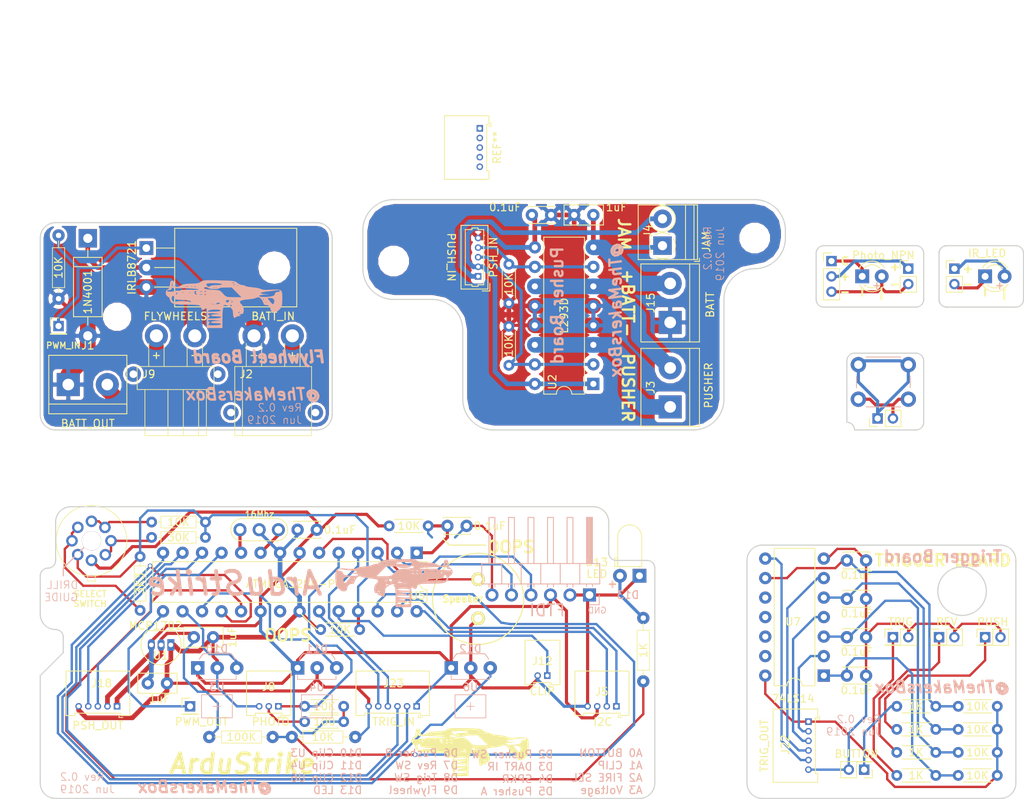
<source format=kicad_pcb>
(kicad_pcb (version 4) (host pcbnew 4.0.7)
  (title_block (date "lun. 30 mars 2015"))
  (layers (0 F.Cu signal) (31 B.Cu signal) (34 B.Paste user) (35 F.Paste user) (36 B.SilkS user) (37 F.SilkS user) (38 B.Mask user) (39 F.Mask user) (44 Edge.Cuts user))
  (net 0 "")
  (net 1 /Reset)
  (net 2 GND)
  (net 3 /A0)
  (net 4 /A1)
  (net 5 /A2)
  (net 6 /A3)
  (net 7 /AREF)
  (net 8 "/A4(SDA)")
  (net 9 "/A5(SCL)")
  (net 10 "/9(**)")
  (net 11 /8)
  (net 12 /7)
  (net 13 "/6(**)")
  (net 14 "/5(**)")
  (net 15 /4)
  (net 16 "/3(**)")
  (net 17 /2)
  (net 18 "/13(SCK)")
  (net 19 "/12(MISO)")
  (net 20 VCC)
  (net 21 "Net-(D2-Pad2)")
  (net 22 "Net-(U5-Pad9)")
  (net 23 "Net-(U5-Pad10)")
  (net 24 "/11(MOSI)")
  (net 25 "/10(SS)")
  (net 26 "Net-(D1-Pad1)")
  (net 27 "Net-(J3-Pad1)")
  (net 28 "Net-(J3-Pad2)")
  (net 29 /TRIG)
  (net 30 "/0(Rx)")
  (net 31 "/1(Tx)")
  (net 32 /Vin)
  (net 33 "Net-(R14-Pad2)")
  (net 34 "Net-(R15-Pad2)")
  (net 35 "Net-(R13-Pad2)")
  (net 36 "Net-(C6-Pad1)")
  (net 37 "Net-(C7-Pad1)")
  (net 38 "Net-(C8-Pad1)")
  (net 39 /#RTS)
  (net 40 "Net-(C2-Pad1)")
  (net 41 "Net-(C3-Pad1)")
  (net 42 "Net-(J17-Pad3)")
  (net 43 "Net-(C10-Pad1)")
  (net 44 "Net-(J6-Pad1)")
  (net 45 "Net-(J17-Pad4)")
  (net 46 "Net-(J19-Pad1)")
  (net 47 "Net-(J20-Pad1)")
  (net 48 "Net-(J21-Pad1)")
  (net 49 /REV)
  (net 50 /PUSHER)
  (net 51 /BUTTON)
  (net 52 "Net-(J1-Pad2)")
  (net 53 "Net-(J8-Pad2)")
  (net 54 "Net-(D3-Pad1)")
  (net 55 "Net-(D3-Pad2)")
  (net 56 "Net-(J27-Pad1)")
  (net 57 "Net-(J27-Pad2)")
  (net 58 /A)
  (net 59 /E)
  (net 60 /C)
  (module Pin_Headers:Pin_Header_Straight_1x02_Pitch2.00mm (layer F.Cu) (at 249.998 55.365)
    (fp_text reference J26 hide)
    (fp_text value IR_LED (at 4.25 -2) (layer F.SilkS))
    (pad 1 thru_hole rect (at 0 0) (size 1.35 1.35) (drill 0.8) (layers *.Cu *.Mask) (net 55 "Net-(D3-Pad2)"))
    (pad 2 thru_hole oval (at 0 2) (size 1.35 1.35) (drill 0.8) (layers *.Cu *.Mask) (net 54 "Net-(D3-Pad1)"))
  )
  (module Wire_Pads:SolderWirePad_single_2-5mmDrill (layer F.Cu) (at 240.748 70.115)
    (fp_text reference J14 hide)
    (fp_text value NPTH)
    (pad "" np_thru_hole circle (at 0 0) (size 3 3) (drill 3) (layers *.Cu *.Mask))
  )
  (module Wire_Pads:SolderWirePad_single_2-5mmDrill (layer F.Cu) (at 140.998 61.619)
    (fp_text reference J14 hide)
    (fp_text value NPTH)
    (pad "" np_thru_hole circle (at 0 0) (size 3 3) (drill 3) (layers *.Cu *.Mask))
  )
  (module Wire_Pads:SolderWirePad_single_2-5mmDrill (layer F.Cu) (at 223.998 51.365)
    (fp_text reference J14 hide)
    (fp_text value NPTH)
    (pad "" np_thru_hole circle (at 0 0) (size 3 3) (drill 3) (layers *.Cu *.Mask))
  )
  (module Wire_Pads:SolderWirePad_single_2-5mmDrill (layer F.Cu) (at 176.998 54.365)
    (fp_text reference J14 hide)
    (fp_text value NPTH)
    (pad "" np_thru_hole circle (at 0 0) (size 3 3) (drill 3) (layers *.Cu *.Mask))
  )
  (module footprints:Hall_Sensor (layer B.Cu) (at 151.498 107.365)
    (fp_text reference U3 (at 2.5 2.5 180) (layer B.SilkS) (effects (justify mirror)))
    (fp_text value "HALL SENSOR" hide)
    (pad 3 thru_hole circle (at 5.08 0 270) (size 1.75 1.75) (drill 0.8) (layers *.Cu *.Mask) (net 25 "/10(SS)"))
    (pad 2 thru_hole circle (at 2.54 0 270) (size 1.75 1.75) (drill 0.8) (layers *.Cu *.Mask) (net 2 GND))
    (pad 1 thru_hole rect (at 0 0 270) (size 1.75 1.75) (drill 0.8) (layers *.Cu *.Mask) (net 20 VCC))
  )
  (module footprints:RS_left (layer B.Cu) (at 176.998 95.365 180)
    (fp_text reference G*** hide)
    (fp_text value LOGO hide)
  )
  (module footprints:SPEAKER (layer F.Cu) (at 187.998 98.365)
    (fp_text reference LS1 hide)
    (fp_text value Speaker (at -2 0) (layer F.SilkS) (effects (font (size 0.889 0.889) (thickness 0.22225))))
    (pad 2 thru_hole circle (at 0 2.54) (size 1.778 1.778) (drill 1.016) (layers *.Cu *.Mask F.SilkS) (net 2 GND))
    (pad 1 thru_hole circle (at 0 -2.54) (size 1.778 1.778) (drill 1.016) (layers *.Cu *.Mask F.SilkS) (net 15 /4))
  )
  (module footprints:DIP-28_W7.62mm (layer F.Cu) (at 179.998 92.365 270)
    (fp_text reference U5 (at 5.588 -0.127 360) (layer F.SilkS))
    (fp_text value ATMEGA328P-PU (at 4.064 15.875 360) (layer F.SilkS))
    (pad 1 thru_hole rect (at 0 0 270) (size 1.6 1.6) (drill 0.8) (layers *.Cu *.Mask) (net 1 /Reset))
    (pad 15 thru_hole oval (at 7.62 33.02 270) (size 1.6 1.6) (drill 0.8) (layers *.Cu *.Mask) (net 10 "/9(**)"))
    (pad 2 thru_hole oval (at 0 2.54 270) (size 1.6 1.6) (drill 0.8) (layers *.Cu *.Mask) (net 30 "/0(Rx)"))
    (pad 16 thru_hole oval (at 7.62 30.48 270) (size 1.6 1.6) (drill 0.8) (layers *.Cu *.Mask) (net 25 "/10(SS)"))
    (pad 3 thru_hole oval (at 0 5.08 270) (size 1.6 1.6) (drill 0.8) (layers *.Cu *.Mask) (net 31 "/1(Tx)"))
    (pad 17 thru_hole oval (at 7.62 27.94 270) (size 1.6 1.6) (drill 0.8) (layers *.Cu *.Mask) (net 24 "/11(MOSI)"))
    (pad 4 thru_hole oval (at 0 7.62 270) (size 1.6 1.6) (drill 0.8) (layers *.Cu *.Mask) (net 17 /2))
    (pad 18 thru_hole oval (at 7.62 25.4 270) (size 1.6 1.6) (drill 0.8) (layers *.Cu *.Mask) (net 19 "/12(MISO)"))
    (pad 5 thru_hole oval (at 0 10.16 270) (size 1.6 1.6) (drill 0.8) (layers *.Cu *.Mask) (net 16 "/3(**)"))
    (pad 19 thru_hole oval (at 7.62 22.86 270) (size 1.6 1.6) (drill 0.8) (layers *.Cu *.Mask) (net 18 "/13(SCK)"))
    (pad 6 thru_hole oval (at 0 12.7 270) (size 1.6 1.6) (drill 0.8) (layers *.Cu *.Mask) (net 15 /4))
    (pad 20 thru_hole oval (at 7.62 20.32 270) (size 1.6 1.6) (drill 0.8) (layers *.Cu *.Mask) (net 20 VCC))
    (pad 7 thru_hole oval (at 0 15.24 270) (size 1.6 1.6) (drill 0.8) (layers *.Cu *.Mask) (net 20 VCC))
    (pad 21 thru_hole oval (at 7.62 17.78 270) (size 1.6 1.6) (drill 0.8) (layers *.Cu *.Mask) (net 7 /AREF))
    (pad 8 thru_hole oval (at 0 17.78 270) (size 1.6 1.6) (drill 0.8) (layers *.Cu *.Mask) (net 2 GND))
    (pad 22 thru_hole oval (at 7.62 15.24 270) (size 1.6 1.6) (drill 0.8) (layers *.Cu *.Mask) (net 2 GND))
    (pad 9 thru_hole oval (at 0 20.32 270) (size 1.6 1.6) (drill 0.8) (layers *.Cu *.Mask) (net 22 "Net-(U5-Pad9)"))
    (pad 23 thru_hole oval (at 7.62 12.7 270) (size 1.6 1.6) (drill 0.8) (layers *.Cu *.Mask) (net 3 /A0))
    (pad 10 thru_hole oval (at 0 22.86 270) (size 1.6 1.6) (drill 0.8) (layers *.Cu *.Mask) (net 23 "Net-(U5-Pad10)"))
    (pad 24 thru_hole oval (at 7.62 10.16 270) (size 1.6 1.6) (drill 0.8) (layers *.Cu *.Mask) (net 4 /A1))
    (pad 11 thru_hole oval (at 0 25.4 270) (size 1.6 1.6) (drill 0.8) (layers *.Cu *.Mask) (net 14 "/5(**)"))
    (pad 25 thru_hole oval (at 7.62 7.62 270) (size 1.6 1.6) (drill 0.8) (layers *.Cu *.Mask) (net 5 /A2))
    (pad 12 thru_hole oval (at 0 27.94 270) (size 1.6 1.6) (drill 0.8) (layers *.Cu *.Mask) (net 13 "/6(**)"))
    (pad 26 thru_hole oval (at 7.62 5.08 270) (size 1.6 1.6) (drill 0.8) (layers *.Cu *.Mask) (net 6 /A3))
    (pad 13 thru_hole oval (at 0 30.48 270) (size 1.6 1.6) (drill 0.8) (layers *.Cu *.Mask) (net 12 /7))
    (pad 27 thru_hole oval (at 7.62 2.54 270) (size 1.6 1.6) (drill 0.8) (layers *.Cu *.Mask) (net 8 "/A4(SDA)"))
    (pad 14 thru_hole oval (at 0 33.02 270) (size 1.6 1.6) (drill 0.8) (layers *.Cu *.Mask) (net 11 /8))
    (pad 28 thru_hole oval (at 7.62 0 270) (size 1.6 1.6) (drill 0.8) (layers *.Cu *.Mask) (net 9 "/A5(SCL)"))
  )
  (module footprints:TO-220-3_Horizontal (layer F.Cu) (at 144.808 52.675 270)
    (fp_text reference Q1 hide)
    (fp_text value IRLB8721 (at 2.54 1.9 270) (layer F.SilkS))
    (pad 0 np_thru_hole oval (at 2.54 -16.66 270) (size 3.5 3.5) (drill 3.5) (layers *.Cu *.Mask))
    (pad 1 thru_hole rect (at 0 0 270) (size 1.8 1.8) (drill 1) (layers *.Cu *.Mask) (net 10 "/9(**)"))
    (pad 2 thru_hole oval (at 2.54 0 270) (size 1.8 1.8) (drill 1) (layers *.Cu *.Mask) (net 26 "Net-(D1-Pad1)"))
    (pad 3 thru_hole oval (at 5.08 0 270) (size 1.8 1.8) (drill 1) (layers *.Cu *.Mask) (net 2 GND))
  )
  (module footprints:XT30PW_F (layer F.Cu) (at 148.618 64.105 180)
    (fp_text reference J9 (at 3.5 -5 180) (layer F.SilkS))
    (fp_text value FLYWHEELS (at 0 2.54 180) (layer F.SilkS))
    (fp_text user - (at -2.5 -2.5 180) (layer F.SilkS))
    (fp_text user + (at 2.5 -2.5 180) (layer F.SilkS))
    (pad 3 thru_hole circle (at -5.5 -5 180) (size 2 2) (drill 1) (layers *.Cu *.Mask))
    (pad 2 thru_hole circle (at -2.5 0 180) (size 3 3) (drill 1.7) (layers *.Cu *.Mask) (net 26 "Net-(D1-Pad1)"))
    (pad 1 thru_hole circle (at 2.5 0 180) (size 3 3) (drill 1.7) (layers *.Cu *.Mask) (net 52 "Net-(J1-Pad2)"))
    (pad 3 thru_hole circle (at 5.5 -5 180) (size 2 2) (drill 1) (layers *.Cu *.Mask))
  )
  (module footprints:D_DO-15_P12.70mm_Horizontal (layer F.Cu) (at 137.188 51.405 270)
    (fp_text reference D1 hide)
    (fp_text value 1N4001 (at 6.985 0 270) (layer F.SilkS))
    (pad 1 thru_hole rect (at 0 0 270) (size 2.4 2.4) (drill 1.2) (layers *.Cu *.Mask) (net 26 "Net-(D1-Pad1)"))
    (pad 2 thru_hole oval (at 12.7 0 270) (size 2.4 2.4) (drill 1.2) (layers *.Cu *.Mask) (net 2 GND))
  )
  (module footprints:R_Axial_DIN0204_L3.6mm_D1.6mm_P7.62mm_Horizontal (layer F.Cu) (at 133.378 59.025 90)
    (fp_text reference R9)
    (fp_text value 10K (at 3.81 0 90) (layer F.SilkS))
    (pad 1 thru_hole circle (at -0.25 0 90) (size 1.6 1.6) (drill 0.7) (layers *.Cu *.Mask) (net 2 GND))
    (pad 2 thru_hole circle (at 8 0 90) (size 1.6 1.6) (drill 0.7) (layers *.Cu *.Mask) (net 10 "/9(**)"))
  )
  (module footprints:XT30PW_M (layer F.Cu) (at 161.318 64.105 180)
    (fp_text reference J2 (at 3.5 -5 180) (layer F.SilkS))
    (fp_text value BATT_IN (at 0 2.54 180) (layer F.SilkS))
    (fp_text user - (at 2.5 -2.5 180) (layer F.SilkS))
    (fp_text user + (at -2.5 -2.5 180) (layer F.SilkS))
    (pad 3 thru_hole circle (at -5.5 -10 180) (size 2 2) (drill 1) (layers *.Cu *.Mask))
    (pad 1 thru_hole circle (at -2.5 0 180) (size 3 3) (drill 1.7) (layers *.Cu *.Mask) (net 52 "Net-(J1-Pad2)"))
    (pad 2 thru_hole circle (at 2.5 0 180) (size 3 3) (drill 1.7) (layers *.Cu *.Mask) (net 2 GND))
    (pad 3 thru_hole circle (at 5.5 -10 180) (size 2 2) (drill 1) (layers *.Cu *.Mask))
  )
  (module footprints:R_Axial_DIN0204_L3.6mm_D1.6mm_P7.62mm_Horizontal (layer F.Cu) (at 160.998 116.365 180)
    (fp_text reference R8)
    (fp_text value 100K (at 3.81 0 180) (layer F.SilkS))
    (pad 1 thru_hole circle (at -0.25 0 180) (size 1.6 1.6) (drill 0.7) (layers *.Cu *.Mask) (net 6 /A3))
    (pad 2 thru_hole circle (at 8 0 180) (size 1.6 1.6) (drill 0.7) (layers *.Cu *.Mask) (net 32 /Vin))
  )
  (module footprints:R__P5.08mm (layer F.Cu) (at 169.998 102.365)
    (fp_text reference R16 hide)
    (fp_text value 10K (at 0 0) (layer F.SilkS))
    (pad 1 thru_hole circle (at -2.5 0) (size 1.4 1.4) (drill 0.7) (layers *.Cu *.Mask) (net 2 GND))
    (pad 2 thru_hole oval (at 2.58 0) (size 1.4 1.4) (drill 0.7) (layers *.Cu *.Mask) (net 5 /A2))
  )
  (module footprints:R__P5.08mm (layer F.Cu) (at 252.998 115.365)
    (fp_text reference R10 hide)
    (fp_text value 10K (at 0 0) (layer F.SilkS))
    (pad 1 thru_hole circle (at -2.5 0) (size 1.4 1.4) (drill 0.7) (layers *.Cu *.Mask) (net 38 "Net-(C8-Pad1)"))
    (pad 2 thru_hole oval (at 2.58 0) (size 1.4 1.4) (drill 0.7) (layers *.Cu *.Mask) (net 20 VCC))
  )
  (module footprints:R__P5.08mm (layer F.Cu) (at 191.998 65.365 270)
    (fp_text reference R1 hide)
    (fp_text value 10K (at 0 0 270) (layer F.SilkS))
    (pad 1 thru_hole circle (at -2.5 0 270) (size 1.4 1.4) (drill 0.7) (layers *.Cu *.Mask) (net 2 GND))
    (pad 2 thru_hole oval (at 2.58 0 270) (size 1.4 1.4) (drill 0.7) (layers *.Cu *.Mask) (net 42 "Net-(J17-Pad3)"))
  )
  (module footprints:R__P5.08mm (layer F.Cu) (at 191.998 57.365 90)
    (fp_text reference R3 hide)
    (fp_text value 10K (at 0 0 90) (layer F.SilkS))
    (pad 1 thru_hole circle (at -2.5 0 90) (size 1.4 1.4) (drill 0.7) (layers *.Cu *.Mask) (net 2 GND))
    (pad 2 thru_hole oval (at 2.58 0 90) (size 1.4 1.4) (drill 0.7) (layers *.Cu *.Mask) (net 45 "Net-(J17-Pad4)"))
  )
  (module footprints:R__P5.08mm (layer F.Cu) (at 252.998 121.365)
    (fp_text reference R4 hide)
    (fp_text value 10K (at 0 0) (layer F.SilkS))
    (pad 1 thru_hole circle (at -2.5 0) (size 1.4 1.4) (drill 0.7) (layers *.Cu *.Mask) (net 36 "Net-(C6-Pad1)"))
    (pad 2 thru_hole oval (at 2.58 0) (size 1.4 1.4) (drill 0.7) (layers *.Cu *.Mask) (net 20 VCC))
  )
  (module footprints:R__P5.08mm (layer F.Cu) (at 252.998 118.365)
    (fp_text reference R6 hide)
    (fp_text value 10K (at 0 0) (layer F.SilkS))
    (pad 1 thru_hole circle (at -2.5 0) (size 1.4 1.4) (drill 0.7) (layers *.Cu *.Mask) (net 37 "Net-(C7-Pad1)"))
    (pad 2 thru_hole oval (at 2.58 0) (size 1.4 1.4) (drill 0.7) (layers *.Cu *.Mask) (net 20 VCC))
  )
  (module footprints:Resonator-3pin_w7.0mm_h2.5mm (layer F.Cu) (at 156.998 89.365)
    (fp_text reference Y1 hide)
    (fp_text value 16Mhz (at 2.54 -2.032) (layer F.SilkS) (effects (font (size 0.8 0.8))))
    (pad 1 thru_hole circle (at 0 0) (size 1.7 1.7) (drill 1) (layers *.Cu *.Mask) (net 23 "Net-(U5-Pad10)"))
    (pad 2 thru_hole circle (at 2.5 0) (size 1.7 1.7) (drill 1) (layers *.Cu *.Mask) (net 2 GND))
    (pad 3 thru_hole circle (at 5 0) (size 1.7 1.7) (drill 1) (layers *.Cu *.Mask) (net 22 "Net-(U5-Pad9)"))
  )
  (module footprints:R__P5.08mm (layer F.Cu) (at 244.998 115.365)
    (fp_text reference R11 hide)
    (fp_text value 1K (at 0 0) (layer F.SilkS))
    (pad 1 thru_hole circle (at -2.5 0) (size 1.4 1.4) (drill 0.7) (layers *.Cu *.Mask) (net 47 "Net-(J20-Pad1)"))
    (pad 2 thru_hole oval (at 2.58 0) (size 1.4 1.4) (drill 0.7) (layers *.Cu *.Mask) (net 38 "Net-(C8-Pad1)"))
  )
  (module footprints:R__P5.08mm (layer F.Cu) (at 244.998 118.365)
    (fp_text reference R7 hide)
    (fp_text value 1K (at 0 0) (layer F.SilkS))
    (pad 1 thru_hole circle (at -2.5 0) (size 1.4 1.4) (drill 0.7) (layers *.Cu *.Mask) (net 44 "Net-(J6-Pad1)"))
    (pad 2 thru_hole oval (at 2.58 0) (size 1.4 1.4) (drill 0.7) (layers *.Cu *.Mask) (net 37 "Net-(C7-Pad1)"))
  )
  (module footprints:R__P5.08mm (layer F.Cu) (at 244.998 121.365)
    (fp_text reference R5 hide)
    (fp_text value 1K (at 0 0) (layer F.SilkS))
    (pad 1 thru_hole circle (at -2.5 0) (size 1.4 1.4) (drill 0.7) (layers *.Cu *.Mask) (net 46 "Net-(J19-Pad1)"))
    (pad 2 thru_hole oval (at 2.58 0) (size 1.4 1.4) (drill 0.7) (layers *.Cu *.Mask) (net 36 "Net-(C6-Pad1)"))
  )
  (module footprints:C_Disc_D5.0mm_W2.5mm_P2.50mm (layer F.Cu) (at 150.998 103.365)
    (fp_text reference C1 hide)
    (fp_text value 1uF (at 5 0 90) (layer F.SilkS))
    (pad 1 thru_hole circle (at 0 0) (size 1.6 1.6) (drill 0.8) (layers *.Cu *.Mask) (net 32 /Vin))
    (pad 2 thru_hole circle (at 2.5 0) (size 1.6 1.6) (drill 0.8) (layers *.Cu *.Mask) (net 2 GND))
  )
  (module footprints:C_Disc_D5.0mm_W2.5mm_P2.50mm (layer F.Cu) (at 202.998 48.365 180)
    (fp_text reference C2 hide)
    (fp_text value 1uF (at -3 1 360) (layer F.SilkS))
    (pad 1 thru_hole circle (at 0 0 180) (size 1.6 1.6) (drill 0.8) (layers *.Cu *.Mask) (net 40 "Net-(C2-Pad1)"))
    (pad 2 thru_hole circle (at 2.5 0 180) (size 1.6 1.6) (drill 0.8) (layers *.Cu *.Mask) (net 2 GND))
  )
  (module footprints:C_Disc_D3.4mm_W2.1mm_P2.50mm (layer F.Cu) (at 194.998 48.365)
    (fp_text reference C3 hide)
    (fp_text value 0.1uF (at -3.5 -1) (layer F.SilkS))
    (pad 1 thru_hole circle (at 0 0) (size 1.6 1.6) (drill 0.8) (layers *.Cu *.Mask) (net 41 "Net-(C3-Pad1)"))
    (pad 2 thru_hole circle (at 2.5 0) (size 1.6 1.6) (drill 0.8) (layers *.Cu *.Mask) (net 2 GND))
  )
  (module footprints:C_Disc_D5.0mm_W2.5mm_P2.50mm (layer F.Cu) (at 144.998 109.365)
    (fp_text reference C4 hide)
    (fp_text value 1uF (at 1.5 2 180) (layer F.SilkS))
    (pad 1 thru_hole circle (at 0 0) (size 1.6 1.6) (drill 0.8) (layers *.Cu *.Mask) (net 20 VCC))
    (pad 2 thru_hole circle (at 2.5 0) (size 1.6 1.6) (drill 0.8) (layers *.Cu *.Mask) (net 2 GND))
  )
  (module footprints:C_Disc_D3.4mm_W2.1mm_P2.50mm (layer F.Cu) (at 235.998 108.365)
    (fp_text reference C6 hide)
    (fp_text value 0.1uF (at 1.27 1.905) (layer F.SilkS))
    (pad 1 thru_hole circle (at 0 0) (size 1.6 1.6) (drill 0.8) (layers *.Cu *.Mask) (net 36 "Net-(C6-Pad1)"))
    (pad 2 thru_hole circle (at 2.5 0) (size 1.6 1.6) (drill 0.8) (layers *.Cu *.Mask) (net 2 GND))
  )
  (module footprints:C_Disc_D3.4mm_W2.1mm_P2.50mm (layer F.Cu) (at 235.998 103.365)
    (fp_text reference C7 hide)
    (fp_text value 0.1uF (at 1.27 1.905) (layer F.SilkS))
    (pad 1 thru_hole circle (at 0 0) (size 1.6 1.6) (drill 0.8) (layers *.Cu *.Mask) (net 37 "Net-(C7-Pad1)"))
    (pad 2 thru_hole circle (at 2.5 0) (size 1.6 1.6) (drill 0.8) (layers *.Cu *.Mask) (net 2 GND))
  )
  (module footprints:C_Disc_D3.4mm_W2.1mm_P2.50mm (layer F.Cu) (at 235.998 98.365)
    (fp_text reference C8 hide)
    (fp_text value 0.1uF (at 1.27 1.905) (layer F.SilkS))
    (pad 1 thru_hole circle (at 0 0) (size 1.6 1.6) (drill 0.8) (layers *.Cu *.Mask) (net 38 "Net-(C8-Pad1)"))
    (pad 2 thru_hole circle (at 2.5 0) (size 1.6 1.6) (drill 0.8) (layers *.Cu *.Mask) (net 2 GND))
  )
  (module footprints:LED_D3.0mm_Horizontal_O1.27mm_Z10.0mm (layer F.Cu) (at 208.998 95.365 180)
    (fp_text reference D2 hide)
    (fp_text value D13 (at 5.544 1.766 180) (layer F.SilkS))
    (pad 1 thru_hole rect (at 0 0 180) (size 1.8 1.8) (drill 0.9) (layers *.Cu *.Mask) (net 2 GND))
    (pad 2 thru_hole circle (at 2.54 0 180) (size 1.8 1.8) (drill 0.9) (layers *.Cu *.Mask) (net 21 "Net-(D2-Pad2)"))
  )
  (module footprints:Molex_PicoBlade_53048-0210_02x1.25mm_Angled (layer F.Cu) (at 196.998 108.365 180)
    (fp_text reference J12 (at 0.635 1.905 180) (layer F.SilkS))
    (fp_text value CLIP (at 0.635 -2.032 180) (layer F.SilkS))
    (pad 1 thru_hole rect (at 0 0 180) (size 0.85 0.85) (drill 0.5) (layers *.Cu *.Mask) (net 4 /A1))
    (pad 2 thru_hole circle (at 1.25 0 180) (size 0.85 0.85) (drill 0.5) (layers *.Cu *.Mask) (net 2 GND))
  )
  (module Wire_Pads:SolderWirePad_single_2-5mmDrill (layer F.Cu) (at 195.998 114.365)
    (fp_text reference J13 hide)
    (fp_text value BUTTON)
    (pad "" np_thru_hole circle (at 0 0) (size 3 3) (drill 3) (layers *.Cu *.Mask))
  )
  (module Wire_Pads:SolderWirePad_single_2-5mmDrill (layer F.Cu) (at 145.998 114.619)
    (fp_text reference J14 hide)
    (fp_text value NPTH)
    (pad "" np_thru_hole circle (at 0 0) (size 3 3) (drill 3) (layers *.Cu *.Mask))
  )
  (module Wire_Pads:SolderWirePad_single_2-5mmDrill (layer F.Cu) (at 137.668 90.805)
    (fp_text reference J16 hide)
    (fp_text value NPTH)
    (pad "" np_thru_hole circle (at 0 0) (size 2.5 2.5) (drill 2.49936) (layers *.Cu *.Mask))
  )
  (module footprints:TO-92_Inline_Narrow_Oval (layer F.Cu) (at 147.998 104.365 180)
    (fp_text reference U1 (at 1.32 -1.41 180) (layer F.SilkS))
    (fp_text value MCP1702 (at 2 2.5 180) (layer F.SilkS))
    (pad 2 thru_hole oval (at 1.27 0) (size 0.9 1.5) (drill 0.6) (layers *.Cu *.Mask) (net 32 /Vin))
    (pad 3 thru_hole oval (at 2.54 0) (size 0.9 1.5) (drill 0.6) (layers *.Cu *.Mask) (net 20 VCC))
    (pad 1 thru_hole rect (at 0 0) (size 0.9 1.5) (drill 0.6) (layers *.Cu *.Mask) (net 2 GND))
  )
  (module footprints:DIP-16_W7.62mm (layer F.Cu) (at 202.998 70.365 180)
    (fp_text reference U2 (at 5.334 0.254 270) (layer F.SilkS))
    (fp_text value L293D (at 3.81 8.89 270) (layer F.SilkS))
    (pad 1 thru_hole rect (at 0 0 180) (size 1.6 1.6) (drill 0.8) (layers *.Cu *.Mask) (net 41 "Net-(C3-Pad1)"))
    (pad 9 thru_hole oval (at 7.62 17.78 180) (size 1.6 1.6) (drill 0.8) (layers *.Cu *.Mask) (net 41 "Net-(C3-Pad1)"))
    (pad 2 thru_hole oval (at 0 2.54 180) (size 1.6 1.6) (drill 0.8) (layers *.Cu *.Mask) (net 42 "Net-(J17-Pad3)"))
    (pad 10 thru_hole oval (at 7.62 15.24 180) (size 1.6 1.6) (drill 0.8) (layers *.Cu *.Mask) (net 45 "Net-(J17-Pad4)"))
    (pad 3 thru_hole oval (at 0 5.08 180) (size 1.6 1.6) (drill 0.8) (layers *.Cu *.Mask) (net 27 "Net-(J3-Pad1)"))
    (pad 11 thru_hole oval (at 7.62 12.7 180) (size 1.6 1.6) (drill 0.8) (layers *.Cu *.Mask) (net 28 "Net-(J3-Pad2)"))
    (pad 4 thru_hole oval (at 0 7.62 180) (size 1.6 1.6) (drill 0.8) (layers *.Cu *.Mask) (net 2 GND))
    (pad 12 thru_hole oval (at 7.62 10.16 180) (size 1.6 1.6) (drill 0.8) (layers *.Cu *.Mask) (net 2 GND))
    (pad 5 thru_hole oval (at 0 10.16 180) (size 1.6 1.6) (drill 0.8) (layers *.Cu *.Mask) (net 2 GND))
    (pad 13 thru_hole oval (at 7.62 7.62 180) (size 1.6 1.6) (drill 0.8) (layers *.Cu *.Mask) (net 2 GND))
    (pad 6 thru_hole oval (at 0 12.7 180) (size 1.6 1.6) (drill 0.8) (layers *.Cu *.Mask) (net 28 "Net-(J3-Pad2)"))
    (pad 14 thru_hole oval (at 7.62 5.08 180) (size 1.6 1.6) (drill 0.8) (layers *.Cu *.Mask) (net 27 "Net-(J3-Pad1)"))
    (pad 7 thru_hole oval (at 0 15.24 180) (size 1.6 1.6) (drill 0.8) (layers *.Cu *.Mask) (net 45 "Net-(J17-Pad4)"))
    (pad 15 thru_hole oval (at 7.62 2.54 180) (size 1.6 1.6) (drill 0.8) (layers *.Cu *.Mask) (net 42 "Net-(J17-Pad3)"))
    (pad 8 thru_hole oval (at 0 17.78 180) (size 1.6 1.6) (drill 0.8) (layers *.Cu *.Mask) (net 40 "Net-(C2-Pad1)"))
    (pad 16 thru_hole oval (at 7.62 0 180) (size 1.6 1.6) (drill 0.8) (layers *.Cu *.Mask) (net 41 "Net-(C3-Pad1)"))
  )
  (module footprints:Molex_PicoBlade_53048-0410_04x1.25mm_Angled (layer F.Cu) (at 205.998 112.365 180)
    (fp_text reference J5 (at 1.905 1.905 180) (layer F.SilkS))
    (fp_text value I2C (at 1.778 -2.032 180) (layer F.SilkS))
    (pad 1 thru_hole rect (at 0 0 180) (size 0.85 0.85) (drill 0.5) (layers *.Cu *.Mask) (net 8 "/A4(SDA)"))
    (pad 2 thru_hole circle (at 1.25 0 180) (size 0.85 0.85) (drill 0.5) (layers *.Cu *.Mask) (net 9 "/A5(SCL)"))
    (pad 3 thru_hole circle (at 2.5 0 180) (size 0.85 0.85) (drill 0.5) (layers *.Cu *.Mask) (net 20 VCC))
    (pad 4 thru_hole circle (at 3.75 0 180) (size 0.85 0.85) (drill 0.5) (layers *.Cu *.Mask) (net 2 GND))
  )
  (module footprints:SW_Rotary8 (layer F.Cu) (at 137.668 90.805 180)
    (fp_text reference SW1 hide)
    (fp_text value SW_Rotary8)
    (pad 8 thru_hole circle (at 0 -2.54 180) (size 1.5 1.5) (drill 0.9) (layers *.Cu *.Mask) (net 20 VCC))
    (pad 1 thru_hole circle (at 1.7907 -1.8034 180) (size 1.5 1.5) (drill 0.9) (layers *.Cu *.Mask) (net 5 /A2))
    (pad 2 thru_hole oval (at 2.54 0 180) (size 1.5 1.5) (drill 0.9) (layers *.Cu *.Mask) (net 34 "Net-(R15-Pad2)"))
    (pad 3 thru_hole oval (at 1.778 1.7526 180) (size 1.5 1.5) (drill 0.9) (layers *.Cu *.Mask) (net 34 "Net-(R15-Pad2)"))
    (pad 4 thru_hole oval (at 0 2.54 180) (size 1.5 1.5) (drill 0.9) (layers *.Cu *.Mask) (net 33 "Net-(R14-Pad2)"))
    (pad 5 thru_hole oval (at -1.7526 1.7399 180) (size 1.5 1.5) (drill 0.9) (layers *.Cu *.Mask) (net 33 "Net-(R14-Pad2)"))
    (pad 6 thru_hole oval (at -2.54 0 180) (size 1.5 1.5) (drill 0.9) (layers *.Cu *.Mask) (net 35 "Net-(R13-Pad2)"))
    (pad 7 thru_hole oval (at -1.8034 -1.8161 180) (size 1.5 1.5) (drill 0.9) (layers *.Cu *.Mask) (net 35 "Net-(R13-Pad2)"))
  )
  (module footprints:C_Disc_D3.4mm_W2.1mm_P2.50mm (layer F.Cu) (at 166.998 89.365 180)
    (fp_text reference C5 hide)
    (fp_text value 0.1uF (at -3 0 180) (layer F.SilkS))
    (pad 1 thru_hole circle (at 0 0 180) (size 1.6 1.6) (drill 0.8) (layers *.Cu *.Mask) (net 20 VCC))
    (pad 2 thru_hole circle (at 2.5 0 180) (size 1.6 1.6) (drill 0.8) (layers *.Cu *.Mask) (net 2 GND))
  )
  (module footprints:TerminalBlock_Phoenix_PT-1,5-2-3.5-H_1x02_P3.50mm_Horizontal (layer F.Cu) (at 211.998 52.365 90)
    (fp_text reference J4 (at 1.905 -1.905 90) (layer F.SilkS))
    (fp_text value JAM (at 0.5 5.7 90) (layer F.SilkS))
    (pad 1 thru_hole rect (at 0 0 90) (size 2.4 2.4) (drill 1.2) (layers *.Cu *.Mask) (net 40 "Net-(C2-Pad1)"))
    (pad 2 thru_hole circle (at 3.5 0 90) (size 2.4 2.4) (drill 1.2) (layers *.Cu *.Mask) (net 32 /Vin))
  )
  (module footprints:R_Axial_DIN0204_L3.6mm_D1.6mm_P7.62mm_Horizontal (layer F.Cu) (at 163.998 116.365)
    (fp_text reference R12)
    (fp_text value 10K (at 3.81 0) (layer F.SilkS))
    (pad 1 thru_hole circle (at -0.25 0) (size 1.6 1.6) (drill 0.7) (layers *.Cu *.Mask) (net 6 /A3))
    (pad 2 thru_hole circle (at 8 0) (size 1.6 1.6) (drill 0.7) (layers *.Cu *.Mask) (net 2 GND))
  )
  (module footprints:R_Axial_DIN0204_L3.6mm_D1.6mm_P7.62mm_Horizontal (layer F.Cu) (at 209.498 108.865 90)
    (fp_text reference R2)
    (fp_text value 1K (at 3.81 0 90) (layer F.SilkS))
    (pad 1 thru_hole circle (at -0.25 0 90) (size 1.6 1.6) (drill 0.7) (layers *.Cu *.Mask) (net 18 "/13(SCK)"))
    (pad 2 thru_hole circle (at 8 0 90) (size 1.6 1.6) (drill 0.7) (layers *.Cu *.Mask) (net 21 "Net-(D2-Pad2)"))
  )
  (module footprints:R__P7mm (layer F.Cu) (at 148.998 90.365 180)
    (fp_text reference R13 hide)
    (fp_text value 30K (at 0 0 180) (layer F.SilkS))
    (pad 1 thru_hole circle (at -3.5 0 180) (size 1.4 1.4) (drill 0.7) (layers *.Cu *.Mask) (net 5 /A2))
    (pad 2 thru_hole oval (at 3.5 0 180) (size 1.4 1.4) (drill 0.7) (layers *.Cu *.Mask) (net 35 "Net-(R13-Pad2)"))
  )
  (module footprints:R__P7mm (layer F.Cu) (at 148.998 88.365 180)
    (fp_text reference R14 hide)
    (fp_text value 10K (at 0 0 180) (layer F.SilkS))
    (pad 1 thru_hole circle (at -3.5 0 180) (size 1.4 1.4) (drill 0.7) (layers *.Cu *.Mask) (net 5 /A2))
    (pad 2 thru_hole oval (at 3.5 0 180) (size 1.4 1.4) (drill 0.7) (layers *.Cu *.Mask) (net 33 "Net-(R14-Pad2)"))
  )
  (module footprints:R__P7mm (layer F.Cu) (at 143.998 96.365 270)
    (fp_text reference R15 hide)
    (fp_text value 3K3 (at 0 0 270) (layer F.SilkS))
    (pad 1 thru_hole circle (at -3.5 0 270) (size 1.4 1.4) (drill 0.7) (layers *.Cu *.Mask) (net 5 /A2))
    (pad 2 thru_hole oval (at 3.5 0 270) (size 1.4 1.4) (drill 0.7) (layers *.Cu *.Mask) (net 34 "Net-(R15-Pad2)"))
  )
  (module footprints:RS_left (layer F.Cu) (at 186.998 117.365)
    (fp_text reference G*** hide)
    (fp_text value LOGO hide)
  )
  (module footprints:RS_right (layer B.Cu) (at 154.968 59.025 180)
    (fp_text reference G*** hide)
    (fp_text value LOGO hide)
  )
  (module footprints:C_Disc_D3.4mm_W2.1mm_P2.50mm (layer F.Cu) (at 186.498 88.865 180)
    (fp_text reference C9 hide)
    (fp_text value 0.1uF (at -3 0 180) (layer F.SilkS))
    (pad 1 thru_hole circle (at 0 0 180) (size 1.6 1.6) (drill 0.8) (layers *.Cu *.Mask) (net 39 /#RTS))
    (pad 2 thru_hole circle (at 2.5 0 180) (size 1.6 1.6) (drill 0.8) (layers *.Cu *.Mask) (net 1 /Reset))
  )
  (module footprints:R__P5.08mm (layer F.Cu) (at 178.998 88.865 180)
    (fp_text reference R17 hide)
    (fp_text value 10K (at 0 0 180) (layer F.SilkS))
    (pad 1 thru_hole circle (at -2.5 0 180) (size 1.4 1.4) (drill 0.7) (layers *.Cu *.Mask) (net 1 /Reset))
    (pad 2 thru_hole oval (at 2.58 0 180) (size 1.4 1.4) (drill 0.7) (layers *.Cu *.Mask) (net 20 VCC))
  )
  (module Connectors_Terminal_Blocks:TerminalBlock_bornier-2_P5.08mm (layer F.Cu) (at 212.998 62.365 90)
    (fp_text reference J15 (at 2.54 -2.54 90) (layer F.SilkS))
    (fp_text value BATT (at 2.3 5.2 90) (layer F.SilkS))
    (pad 1 thru_hole rect (at 0 0 90) (size 3 3) (drill 1.52) (layers *.Cu *.Mask) (net 2 GND))
    (pad 2 thru_hole circle (at 5.08 0 90) (size 3 3) (drill 1.52) (layers *.Cu *.Mask) (net 40 "Net-(C2-Pad1)"))
  )
  (module Connectors_Terminal_Blocks:TerminalBlock_bornier-2_P5.08mm (layer F.Cu) (at 212.998 73.365 90)
    (fp_text reference J3 (at 2.54 -2.54 90) (layer F.SilkS))
    (fp_text value PUSHER (at 2.8 5 90) (layer F.SilkS))
    (pad 1 thru_hole rect (at 0 0 90) (size 3 3) (drill 1.52) (layers *.Cu *.Mask) (net 27 "Net-(J3-Pad1)"))
    (pad 2 thru_hole circle (at 5.08 0 90) (size 3 3) (drill 1.52) (layers *.Cu *.Mask) (net 28 "Net-(J3-Pad2)"))
  )
  (module footprints:C_Disc_D3.4mm_W2.1mm_P2.50mm (layer F.Cu) (at 235.998 93.365)
    (fp_text reference C10 hide)
    (fp_text value 0.1uF (at 1.27 1.905) (layer F.SilkS))
    (pad 1 thru_hole circle (at 0 0) (size 1.6 1.6) (drill 0.8) (layers *.Cu *.Mask) (net 43 "Net-(C10-Pad1)"))
    (pad 2 thru_hole circle (at 2.5 0) (size 1.6 1.6) (drill 0.8) (layers *.Cu *.Mask) (net 2 GND))
  )
  (module Pin_Headers:Pin_Header_Straight_2x01_Pitch2.00mm (layer F.Cu) (at 241.998 103.365)
    (fp_text reference J19 hide)
    (fp_text value TRIG (at 1 -2) (layer F.SilkS))
    (pad 1 thru_hole rect (at 0 0) (size 1.35 1.35) (drill 0.8) (layers *.Cu *.Mask) (net 46 "Net-(J19-Pad1)"))
    (pad 2 thru_hole oval (at 2 0) (size 1.35 1.35) (drill 0.8) (layers *.Cu *.Mask) (net 2 GND))
  )
  (module Pin_Headers:Pin_Header_Straight_2x01_Pitch2.00mm (layer F.Cu) (at 253.998 103.365)
    (fp_text reference J20 hide)
    (fp_text value PUSH (at 1 -2) (layer F.SilkS))
    (pad 1 thru_hole rect (at 0 0) (size 1.35 1.35) (drill 0.8) (layers *.Cu *.Mask) (net 47 "Net-(J20-Pad1)"))
    (pad 2 thru_hole oval (at 2 0) (size 1.35 1.35) (drill 0.8) (layers *.Cu *.Mask) (net 2 GND))
  )
  (module Pin_Headers:Pin_Header_Straight_2x01_Pitch2.00mm (layer F.Cu) (at 238.248 120.615 180)
    (fp_text reference J21 hide)
    (fp_text value BUTTON (at 1 2.06 180) (layer F.SilkS))
    (pad 1 thru_hole rect (at 0 0 180) (size 1.35 1.35) (drill 0.8) (layers *.Cu *.Mask) (net 48 "Net-(J21-Pad1)"))
    (pad 2 thru_hole oval (at 2 0 180) (size 1.35 1.35) (drill 0.8) (layers *.Cu *.Mask) (net 2 GND))
  )
  (module Connectors_Molex:Molex_PicoBlade_53048-0610_06x1.25mm_Angled (layer F.Cu) (at 230.998 114.365 270)
    (fp_text reference J22 (at 3 3 270) (layer F.SilkS))
    (fp_text value TRIG_OUT (at 3.125 5.75 270) (layer F.SilkS))
    (pad 1 thru_hole rect (at 0 0 270) (size 0.85 0.85) (drill 0.5) (layers *.Cu *.Mask) (net 20 VCC))
    (pad 2 thru_hole circle (at 1.25 0 270) (size 0.85 0.85) (drill 0.5) (layers *.Cu *.Mask) (net 29 /TRIG))
    (pad 3 thru_hole circle (at 2.5 0 270) (size 0.85 0.85) (drill 0.5) (layers *.Cu *.Mask) (net 49 /REV))
    (pad 4 thru_hole circle (at 3.75 0 270) (size 0.85 0.85) (drill 0.5) (layers *.Cu *.Mask) (net 50 /PUSHER))
    (pad 5 thru_hole circle (at 5 0 270) (size 0.85 0.85) (drill 0.5) (layers *.Cu *.Mask) (net 51 /BUTTON))
    (pad 6 thru_hole circle (at 6.25 0 270) (size 0.85 0.85) (drill 0.5) (layers *.Cu *.Mask) (net 2 GND))
  )
  (module Connectors_Molex:Molex_PicoBlade_53048-0610_06x1.25mm_Angled (layer F.Cu) (at 179.998 112.365 180)
    (fp_text reference J23 (at 3 3 180) (layer F.SilkS))
    (fp_text value TRIG_IN (at 3 -2 180) (layer F.SilkS))
    (pad 1 thru_hole rect (at 0 0 180) (size 0.85 0.85) (drill 0.5) (layers *.Cu *.Mask) (net 20 VCC))
    (pad 2 thru_hole circle (at 1.25 0 180) (size 0.85 0.85) (drill 0.5) (layers *.Cu *.Mask) (net 11 /8))
    (pad 3 thru_hole circle (at 2.5 0 180) (size 0.85 0.85) (drill 0.5) (layers *.Cu *.Mask) (net 12 /7))
    (pad 4 thru_hole circle (at 3.75 0 180) (size 0.85 0.85) (drill 0.5) (layers *.Cu *.Mask) (net 17 /2))
    (pad 5 thru_hole circle (at 5 0 180) (size 0.85 0.85) (drill 0.5) (layers *.Cu *.Mask) (net 3 /A0))
    (pad 6 thru_hole circle (at 6.25 0 180) (size 0.85 0.85) (drill 0.5) (layers *.Cu *.Mask) (net 2 GND))
  )
  (module footprints:R__P5.08mm (layer F.Cu) (at 244.998 112.365)
    (fp_text reference R18 hide)
    (fp_text value 1K (at 0 0) (layer F.SilkS))
    (pad 1 thru_hole circle (at -2.5 0) (size 1.4 1.4) (drill 0.7) (layers *.Cu *.Mask) (net 48 "Net-(J21-Pad1)"))
    (pad 2 thru_hole oval (at 2.58 0) (size 1.4 1.4) (drill 0.7) (layers *.Cu *.Mask) (net 43 "Net-(C10-Pad1)"))
  )
  (module footprints:R__P5.08mm (layer F.Cu) (at 252.998 112.365)
    (fp_text reference R19 hide)
    (fp_text value 10K (at 0 0) (layer F.SilkS))
    (pad 1 thru_hole circle (at -2.5 0) (size 1.4 1.4) (drill 0.7) (layers *.Cu *.Mask) (net 43 "Net-(C10-Pad1)"))
    (pad 2 thru_hole oval (at 2.58 0) (size 1.4 1.4) (drill 0.7) (layers *.Cu *.Mask) (net 20 VCC))
  )
  (module Pin_Headers:Pin_Header_Straight_2x01_Pitch2.00mm (layer F.Cu) (at 247.998 103.365)
    (fp_text reference J6 hide)
    (fp_text value REV (at 1 -2) (layer F.SilkS))
    (pad 1 thru_hole rect (at 0 0) (size 1.35 1.35) (drill 0.8) (layers *.Cu *.Mask) (net 44 "Net-(J6-Pad1)"))
    (pad 2 thru_hole oval (at 2 0) (size 1.35 1.35) (drill 0.8) (layers *.Cu *.Mask) (net 2 GND))
  )
  (module Pin_Headers:Pin_Header_Straight_1x01_Pitch2.00mm (layer F.Cu) (at 133.378 62.835)
    (fp_text reference J10 hide)
    (fp_text value PWM_IN (at 0.62 2.53) (layer F.SilkS) (effects (font (size 0.8 0.8))))
    (pad 1 thru_hole rect (at 0 0) (size 1.35 1.35) (drill 0.8) (layers *.Cu *.Mask) (net 10 "/9(**)"))
  )
  (module Connectors_Terminal_Blocks:TerminalBlock_bornier-2_P5.08mm (layer F.Cu) (at 134.648 70.455)
    (fp_text reference J1 (at 2.54 -5.08) (layer F.SilkS))
    (fp_text value BATT_OUT (at 2.54 5.08) (layer F.SilkS))
    (pad 1 thru_hole rect (at 0 0) (size 3 3) (drill 1.52) (layers *.Cu *.Mask) (net 2 GND))
    (pad 2 thru_hole circle (at 5.08 0) (size 3 3) (drill 1.52) (layers *.Cu *.Mask) (net 52 "Net-(J1-Pad2)"))
  )
  (module Connectors_Molex:Molex_PicoBlade_53048-0310_03x1.25mm_Angled (layer F.Cu) (at 161.998 112.365 180)
    (fp_text reference J8 (at 1.27 2.54 180) (layer F.SilkS))
    (fp_text value PHOTO (at 1 -2 180) (layer F.SilkS))
    (pad 1 thru_hole rect (at 0 0 180) (size 0.85 0.85) (drill 0.5) (layers *.Cu *.Mask) (net 16 "/3(**)"))
    (pad 2 thru_hole circle (at 1.25 0 180) (size 0.85 0.85) (drill 0.5) (layers *.Cu *.Mask) (net 53 "Net-(J8-Pad2)"))
    (pad 3 thru_hole circle (at 2.5 0 180) (size 0.85 0.85) (drill 0.5) (layers *.Cu *.Mask) (net 2 GND))
  )
  (module Connectors_Molex:Molex_PicoBlade_53048-0510_05x1.25mm_Angled (layer F.Cu) (at 140.998 112.365 180)
    (fp_text reference J18 (at 2 3 180) (layer F.SilkS))
    (fp_text value PSH_OUT (at 2.5 -2.5 180) (layer F.SilkS))
    (pad 1 thru_hole rect (at 0 0 180) (size 0.85 0.85) (drill 0.5) (layers *.Cu *.Mask) (net 32 /Vin))
    (pad 2 thru_hole circle (at 1.25 0 180) (size 0.85 0.85) (drill 0.5) (layers *.Cu *.Mask) (net 20 VCC))
    (pad 3 thru_hole circle (at 2.5 0 180) (size 0.85 0.85) (drill 0.5) (layers *.Cu *.Mask) (net 14 "/5(**)"))
    (pad 4 thru_hole circle (at 3.75 0 180) (size 0.85 0.85) (drill 0.5) (layers *.Cu *.Mask) (net 13 "/6(**)"))
    (pad 5 thru_hole circle (at 5 0 180) (size 0.85 0.85) (drill 0.5) (layers *.Cu *.Mask) (net 2 GND))
  )
  (module footprints:DIP-14_W7.62mm (layer F.Cu) (at 232.998 108.365 180)
    (fp_text reference U7 (at 4 7 180) (layer F.SilkS))
    (fp_text value 74LS14 (at 4 -3 180) (layer F.SilkS))
    (pad 1 thru_hole rect (at 0 0 180) (size 1.6 1.6) (drill 0.8) (layers *.Cu *.Mask) (net 36 "Net-(C6-Pad1)"))
    (pad 8 thru_hole oval (at 7.62 15.24 180) (size 1.6 1.6) (drill 0.8) (layers *.Cu *.Mask) (net 51 /BUTTON))
    (pad 2 thru_hole oval (at 0 2.54 180) (size 1.6 1.6) (drill 0.8) (layers *.Cu *.Mask) (net 29 /TRIG))
    (pad 9 thru_hole oval (at 7.62 12.7 180) (size 1.6 1.6) (drill 0.8) (layers *.Cu *.Mask) (net 43 "Net-(C10-Pad1)"))
    (pad 3 thru_hole oval (at 0 5.08 180) (size 1.6 1.6) (drill 0.8) (layers *.Cu *.Mask) (net 37 "Net-(C7-Pad1)"))
    (pad 10 thru_hole oval (at 7.62 10.16 180) (size 1.6 1.6) (drill 0.8) (layers *.Cu *.Mask))
    (pad 4 thru_hole oval (at 0 7.62 180) (size 1.6 1.6) (drill 0.8) (layers *.Cu *.Mask) (net 49 /REV))
    (pad 11 thru_hole oval (at 7.62 7.62 180) (size 1.6 1.6) (drill 0.8) (layers *.Cu *.Mask))
    (pad 5 thru_hole oval (at 0 10.16 180) (size 1.6 1.6) (drill 0.8) (layers *.Cu *.Mask) (net 38 "Net-(C8-Pad1)"))
    (pad 12 thru_hole oval (at 7.62 5.08 180) (size 1.6 1.6) (drill 0.8) (layers *.Cu *.Mask))
    (pad 6 thru_hole oval (at 0 12.7 180) (size 1.6 1.6) (drill 0.8) (layers *.Cu *.Mask) (net 50 /PUSHER))
    (pad 13 thru_hole oval (at 7.62 2.54 180) (size 1.6 1.6) (drill 0.8) (layers *.Cu *.Mask))
    (pad 7 thru_hole oval (at 0 15.24 180) (size 1.6 1.6) (drill 0.8) (layers *.Cu *.Mask) (net 2 GND))
    (pad 14 thru_hole oval (at 7.62 0 180) (size 1.6 1.6) (drill 0.8) (layers *.Cu *.Mask) (net 20 VCC))
  )
  (module Pin_Headers:Pin_Header_Straight_1x01_Pitch2.00mm (layer F.Cu) (at 150.498 112.365)
    (fp_text reference J11 hide)
    (fp_text value PWM_OUT (at 1.5 2) (layer F.SilkS))
    (pad 1 thru_hole rect (at 0 0) (size 1.35 1.35) (drill 0.8) (layers *.Cu *.Mask) (net 10 "/9(**)"))
  )
  (module Pin_Headers:Pin_Header_Angled_1x06_Pitch2.54mm (layer B.Cu) (at 202.498 97.865 90)
    (fp_text reference J7 hide)
    (fp_text value FTDI)
    (pad 1 thru_hole rect (at 0 0 90) (size 1.7 1.7) (drill 1) (layers *.Cu *.Mask) (net 2 GND))
    (pad 2 thru_hole oval (at 0 -2.54 90) (size 1.7 1.7) (drill 1) (layers *.Cu *.Mask) (net 2 GND))
    (pad 3 thru_hole oval (at 0 -5.08 90) (size 1.7 1.7) (drill 1) (layers *.Cu *.Mask) (net 20 VCC))
    (pad 4 thru_hole oval (at 0 -7.62 90) (size 1.7 1.7) (drill 1) (layers *.Cu *.Mask) (net 30 "/0(Rx)"))
    (pad 5 thru_hole oval (at 0 -10.16 90) (size 1.7 1.7) (drill 1) (layers *.Cu *.Mask) (net 31 "/1(Tx)"))
    (pad 6 thru_hole oval (at 0 -12.7 90) (size 1.7 1.7) (drill 1) (layers *.Cu *.Mask) (net 39 /#RTS))
  )
  (module footprints:Hall_Sensor (layer B.Cu) (at 164.498 107.365)
    (fp_text reference U4 (at 2.5 2.5 180) (layer B.SilkS) (effects (justify mirror)))
    (fp_text value "HALL SENSOR" hide)
    (pad 3 thru_hole circle (at 5.08 0 270) (size 1.75 1.75) (drill 0.8) (layers *.Cu *.Mask) (net 24 "/11(MOSI)"))
    (pad 2 thru_hole circle (at 2.54 0 270) (size 1.75 1.75) (drill 0.8) (layers *.Cu *.Mask) (net 2 GND))
    (pad 1 thru_hole rect (at 0 0 270) (size 1.75 1.75) (drill 0.8) (layers *.Cu *.Mask) (net 20 VCC))
  )
  (module footprints:Hall_Sensor (layer B.Cu) (at 184.498 107.365)
    (fp_text reference U6 (at 2.5 2.5 180) (layer B.SilkS) (effects (justify mirror)))
    (fp_text value "HALL SENSOR" hide)
    (pad 3 thru_hole circle (at 5.08 0 270) (size 1.75 1.75) (drill 0.8) (layers *.Cu *.Mask) (net 19 "/12(MISO)"))
    (pad 2 thru_hole circle (at 2.54 0 270) (size 1.75 1.75) (drill 0.8) (layers *.Cu *.Mask) (net 2 GND))
    (pad 1 thru_hole rect (at 0 0 270) (size 1.75 1.75) (drill 0.8) (layers *.Cu *.Mask) (net 20 VCC))
  )
  (module footprints:R__P5.08mm (layer F.Cu) (at 167.998 112.365 180)
    (fp_text reference R20 hide)
    (fp_text value 10K (at 0 0 180) (layer F.SilkS))
    (pad 1 thru_hole circle (at -2.5 0 180) (size 1.4 1.4) (drill 0.7) (layers *.Cu *.Mask) (net 20 VCC))
    (pad 2 thru_hole oval (at 2.58 0 180) (size 1.4 1.4) (drill 0.7) (layers *.Cu *.Mask) (net 16 "/3(**)"))
  )
  (module footprints:R__P5.08mm (layer F.Cu) (at 167.998 114.365 180)
    (fp_text reference R21 hide)
    (fp_text value 100 (at 0 0 180) (layer F.SilkS))
    (pad 1 thru_hole circle (at -2.5 0 180) (size 1.4 1.4) (drill 0.7) (layers *.Cu *.Mask) (net 20 VCC))
    (pad 2 thru_hole oval (at 2.58 0 180) (size 1.4 1.4) (drill 0.7) (layers *.Cu *.Mask) (net 53 "Net-(J8-Pad2)"))
  )
  (module Connectors_Molex:Molex_PicoBlade_53047-0510_05x1.25mm_Straight (layer F.Cu) (at 187.998 56.365 90)
    (fp_text reference J17 hide)
    (fp_text value PSH_IN (at 2.5 2 270) (layer F.SilkS))
    (pad 1 thru_hole rect (at 0 0 90) (size 0.85 0.85) (drill 0.5) (layers *.Cu *.Mask) (net 32 /Vin))
    (pad 2 thru_hole circle (at 1.25 0 90) (size 0.85 0.85) (drill 0.5) (layers *.Cu *.Mask) (net 41 "Net-(C3-Pad1)"))
    (pad 3 thru_hole circle (at 2.5 0 90) (size 0.85 0.85) (drill 0.5) (layers *.Cu *.Mask) (net 42 "Net-(J17-Pad3)"))
    (pad 4 thru_hole circle (at 3.75 0 90) (size 0.85 0.85) (drill 0.5) (layers *.Cu *.Mask) (net 45 "Net-(J17-Pad4)"))
    (pad 5 thru_hole circle (at 5 0 90) (size 0.85 0.85) (drill 0.5) (layers *.Cu *.Mask) (net 2 GND))
  )
  (module footprints:LED_D3.0mm (layer F.Cu) (at 253.998 56.365)
    (fp_text reference D3)
    (fp_text value LED hide)
    (fp_text user + (at 1.905 1.143) (layer B.SilkS) (effects (justify mirror)))
    (fp_text user + (at 1.905 1.143) (layer F.SilkS))
    (pad 1 thru_hole rect (at 0 0) (size 1.8 1.8) (drill 0.9) (layers *.Cu *.Mask) (net 54 "Net-(D3-Pad1)"))
    (pad 2 thru_hole circle (at 2.54 0) (size 1.8 1.8) (drill 0.9) (layers *.Cu *.Mask) (net 55 "Net-(D3-Pad2)"))
  )
  (module Pin_Headers:Pin_Header_Straight_1x02_Pitch2.00mm (layer F.Cu) (at 243.998 55.365)
    (fp_text reference J24 hide)
    (fp_text value TO_IR)
    (pad 1 thru_hole rect (at 0 0) (size 1.35 1.35) (drill 0.8) (layers *.Cu *.Mask) (net 58 /A))
    (pad 2 thru_hole oval (at 0 2) (size 1.35 1.35) (drill 0.8) (layers *.Cu *.Mask) (net 59 /E))
  )
  (module Pin_Headers:Pin_Header_Straight_1x03_Pitch2.00mm (layer F.Cu) (at 233.998 54.365)
    (fp_text reference J25 hide)
    (fp_text value PHOTO)
    (pad 1 thru_hole rect (at 0 0) (size 1.35 1.35) (drill 0.8) (layers *.Cu *.Mask) (net 60 /C))
    (pad 2 thru_hole oval (at 0 2) (size 1.35 1.35) (drill 0.8) (layers *.Cu *.Mask) (net 58 /A))
    (pad 3 thru_hole oval (at 0 4) (size 1.35 1.35) (drill 0.8) (layers *.Cu *.Mask) (net 59 /E))
  )
  (module footprints:LED_D3.0mm (layer F.Cu) (at 237.998 56.365)
    (fp_text reference Q2)
    (fp_text value Photo_NPN (at 2.75 -2.75) (layer F.SilkS))
    (fp_text user + (at 1.905 1.143) (layer B.SilkS) (effects (justify mirror)))
    (fp_text user + (at 1.905 1.143) (layer F.SilkS))
    (pad 1 thru_hole rect (at 0 0) (size 1.8 1.8) (drill 0.9) (layers *.Cu *.Mask) (net 60 /C))
    (pad 2 thru_hole circle (at 2.54 0) (size 1.8 1.8) (drill 0.9) (layers *.Cu *.Mask) (net 59 /E))
  )
  (module footprints:SW_PUSH_6mm (layer B.Cu) (at 237.498 72.365)
    (fp_text reference SW2 hide)
    (fp_text value SW_Push)
    (pad 2 thru_hole circle (at 0 -4.5 270) (size 2 2) (drill 1.1) (layers *.Cu *.Mask) (net 56 "Net-(J27-Pad1)"))
    (pad 1 thru_hole circle (at 0 0 270) (size 2 2) (drill 1.1) (layers *.Cu *.Mask) (net 57 "Net-(J27-Pad2)"))
    (pad 2 thru_hole circle (at 6.5 -4.5 270) (size 2 2) (drill 1.1) (layers *.Cu *.Mask) (net 56 "Net-(J27-Pad1)"))
    (pad 1 thru_hole circle (at 6.5 0 270) (size 2 2) (drill 1.1) (layers *.Cu *.Mask) (net 57 "Net-(J27-Pad2)"))
  )
  (module Pin_Headers:Pin_Header_Straight_1x02_Pitch2.00mm (layer F.Cu) (at 239.998 74.865 90)
    (fp_text reference J27 hide)
    (fp_text value BUTTON)
    (pad 1 thru_hole rect (at 0 0 90) (size 1.35 1.35) (drill 0.8) (layers *.Cu *.Mask) (net 56 "Net-(J27-Pad1)"))
    (pad 2 thru_hole oval (at 0 2 90) (size 1.35 1.35) (drill 0.8) (layers *.Cu *.Mask) (net 57 "Net-(J27-Pad2)"))
  )
  (module Connectors_Molex:Molex_PicoBlade_53048-0510_05x1.25mm_Angled (layer F.Cu) (at 188.214 37.084 270)
    (fp_text reference REF** (at 2.5 -2.25 270) (layer F.SilkS))
    (fp_text value Molex_PicoBlade_53048-0510_05x1.25mm_Angled)
    (pad 1 thru_hole rect (at 0 0 270) (size 0.85 0.85) (drill 0.5) (layers *.Cu *.Mask))
    (pad 2 thru_hole circle (at 1.25 0 270) (size 0.85 0.85) (drill 0.5) (layers *.Cu *.Mask))
    (pad 3 thru_hole circle (at 2.5 0 270) (size 0.85 0.85) (drill 0.5) (layers *.Cu *.Mask))
    (pad 4 thru_hole circle (at 3.75 0 270) (size 0.85 0.85) (drill 0.5) (layers *.Cu *.Mask))
    (pad 5 thru_hole circle (at 5 0 270) (size 0.85 0.85) (drill 0.5) (layers *.Cu *.Mask))
  )
  (gr_line (start 183.498 90.615) (end 183.498 90.365) (angle 90) (layer F.SilkS) (width 0.15))
  (gr_line (start 184.248 91.365) (end 183.498 90.615) (angle 90) (layer F.SilkS) (width 0.15))
  (gr_line (start 188.998 91.365) (end 184.248 91.365) (angle 90) (layer F.SilkS) (width 0.15))
  (gr_text OOPS (at 192.248 91.615) (layer F.SilkS) (effects (font (size 1.5 1.5) (thickness 0.3))))
  (gr_line (start 166.998 102.365) (end 167.498 102.365) (angle 90) (layer F.SilkS) (width 0.15))
  (gr_line (start 164.748 100.115) (end 166.998 102.365) (angle 90) (layer F.SilkS) (width 0.15))
  (gr_text OOPS (at 163.248 103.115) (layer F.SilkS) (effects (font (size 1.5 1.5) (thickness 0.3))))
  (gr_line (start 227.998 51.365) (end 227.998 50.365) (angle 90) (layer Edge.Cuts) (width 0.15))
  (gr_line (start 255.998 91.365) (end 224.998 91.365) (angle 90) (layer Edge.Cuts) (width 0.15))
  (gr_line (start 257.998 122.365) (end 257.998 93.365) (angle 90) (layer Edge.Cuts) (width 0.15))
  (gr_line (start 224.998 124.365) (end 255.998 124.365) (angle 90) (layer Edge.Cuts) (width 0.15))
  (gr_line (start 222.998 93.365) (end 222.998 122.365) (angle 90) (layer Edge.Cuts) (width 0.15))
  (gr_line (start 132.998 76.365) (end 166.998 76.365) (angle 90) (layer Edge.Cuts) (width 0.15))
  (gr_line (start 130.998 51.365) (end 130.998 74.365) (angle 90) (layer Edge.Cuts) (width 0.15))
  (gr_line (start 166.998 49.365) (end 132.998 49.365) (angle 90) (layer Edge.Cuts) (width 0.15))
  (gr_line (start 168.998 74.365) (end 168.998 51.365) (angle 90) (layer Edge.Cuts) (width 0.15))
  (gr_line (start 181.998 59.365) (end 176.998 59.365) (angle 90) (layer Edge.Cuts) (width 0.15))
  (gr_line (start 185.998 72.365) (end 185.998 63.365) (angle 90) (layer Edge.Cuts) (width 0.15))
  (gr_arc (start 181.998 63.365) (end 181.998 59.365) (angle 90) (layer Edge.Cuts) (width 0.15))
  (gr_line (start 176.998 46.365) (end 223.998 46.365) (angle 90) (layer Edge.Cuts) (width 0.15))
  (gr_line (start 172.998 55.365) (end 172.998 50.365) (angle 90) (layer Edge.Cuts) (width 0.15))
  (gr_line (start 215.998 76.365) (end 189.998 76.365) (angle 90) (layer Edge.Cuts) (width 0.15))
  (gr_line (start 219.998 72.365) (end 219.998 59.365) (angle 90) (layer Edge.Cuts) (width 0.15))
  (gr_line (start 235.998 75.365) (end 235.998 67.365) (angle 90) (layer Edge.Cuts) (width 0.15))
  (gr_line (start 244.998 76.365) (end 236.998 76.365) (angle 90) (layer Edge.Cuts) (width 0.15))
  (gr_line (start 245.998 67.365) (end 245.998 75.365) (angle 90) (layer Edge.Cuts) (width 0.15))
  (gr_line (start 236.998 66.365) (end 244.998 66.365) (angle 90) (layer Edge.Cuts) (width 0.15))
  (gr_line (start 232.998 52.365) (end 244.998 52.365) (angle 90) (layer Edge.Cuts) (width 0.15))
  (gr_line (start 231.998 59.365) (end 231.998 53.365) (angle 90) (layer Edge.Cuts) (width 0.15))
  (gr_line (start 244.998 60.365) (end 232.998 60.365) (angle 90) (layer Edge.Cuts) (width 0.15))
  (gr_line (start 245.998 53.365) (end 245.998 59.365) (angle 90) (layer Edge.Cuts) (width 0.15))
  (gr_line (start 247.998 59.365) (end 247.998 53.365) (angle 90) (layer Edge.Cuts) (width 0.15))
  (gr_line (start 257.998 60.365) (end 248.998 60.365) (angle 90) (layer Edge.Cuts) (width 0.15))
  (gr_line (start 258.998 53.365) (end 258.998 59.365) (angle 90) (layer Edge.Cuts) (width 0.15))
  (gr_line (start 248.998 52.365) (end 257.998 52.365) (angle 90) (layer Edge.Cuts) (width 0.15))
  (gr_arc (start 248.998 53.365) (end 247.998 53.365) (angle 90) (layer Edge.Cuts) (width 0.15))
  (gr_arc (start 248.998 59.365) (end 248.998 60.365) (angle 90) (layer Edge.Cuts) (width 0.15))
  (gr_arc (start 257.998 59.365) (end 258.998 59.365) (angle 90) (layer Edge.Cuts) (width 0.15))
  (gr_arc (start 257.998 53.365) (end 257.998 52.365) (angle 90) (layer Edge.Cuts) (width 0.15))
  (gr_arc (start 248.998 53.365) (end 247.998 53.365) (angle 90) (layer Edge.Cuts) (width 0.15))
  (gr_arc (start 248.998 59.365) (end 248.998 60.365) (angle 90) (layer Edge.Cuts) (width 0.15))
  (gr_arc (start 244.998 59.365) (end 245.998 59.365) (angle 90) (layer Edge.Cuts) (width 0.15))
  (gr_arc (start 244.998 53.365) (end 244.998 52.365) (angle 90) (layer Edge.Cuts) (width 0.15))
  (gr_arc (start 232.998 53.365) (end 231.998 53.365) (angle 90) (layer Edge.Cuts) (width 0.15))
  (gr_arc (start 232.998 59.365) (end 232.998 60.365) (angle 90) (layer Edge.Cuts) (width 0.15))
  (gr_arc (start 235.998 76.365) (end 235.998 75.365) (angle 90) (layer Edge.Cuts) (width 0.15))
  (gr_arc (start 236.998 67.365) (end 235.998 67.365) (angle 90) (layer Edge.Cuts) (width 0.15))
  (gr_arc (start 244.998 67.365) (end 244.998 66.365) (angle 90) (layer Edge.Cuts) (width 0.15))
  (gr_arc (start 244.998 75.365) (end 245.998 75.365) (angle 90) (layer Edge.Cuts) (width 0.15))
  (gr_circle (center 250.998 97.365) (end 251.998 94.365) (layer Edge.Cuts) (width 0.15))
  (gr_arc (start 224.998 122.365) (end 224.998 124.365) (angle 90) (layer Edge.Cuts) (width 0.15))
  (gr_arc (start 255.998 122.365) (end 257.998 122.365) (angle 90) (layer Edge.Cuts) (width 0.15))
  (gr_arc (start 255.998 93.365) (end 255.998 91.365) (angle 90) (layer Edge.Cuts) (width 0.15))
  (gr_arc (start 224.998 93.365) (end 222.998 93.365) (angle 90) (layer Edge.Cuts) (width 0.15))
  (gr_arc (start 223.998 51.365) (end 227.998 51.365) (angle 90) (layer Edge.Cuts) (width 0.15))
  (gr_arc (start 223.998 50.365) (end 223.998 46.365) (angle 90) (layer Edge.Cuts) (width 0.15))
  (gr_arc (start 223.998 59.365) (end 219.998 59.365) (angle 90) (layer Edge.Cuts) (width 0.15))
  (gr_arc (start 215.998 72.365) (end 219.998 72.365) (angle 90) (layer Edge.Cuts) (width 0.15))
  (gr_arc (start 189.998 72.365) (end 189.998 76.365) (angle 90) (layer Edge.Cuts) (width 0.15))
  (gr_arc (start 176.998 55.365) (end 176.998 59.365) (angle 90) (layer Edge.Cuts) (width 0.15))
  (gr_arc (start 176.998 50.365) (end 172.998 50.365) (angle 90) (layer Edge.Cuts) (width 0.15))
  (gr_arc (start 132.998 51.365) (end 130.998 51.365) (angle 90) (layer Edge.Cuts) (width 0.15))
  (gr_arc (start 166.998 51.365) (end 166.998 49.365) (angle 90) (layer Edge.Cuts) (width 0.15))
  (gr_arc (start 166.998 74.365) (end 168.998 74.365) (angle 90) (layer Edge.Cuts) (width 0.15))
  (gr_arc (start 132.998 74.365) (end 132.998 76.365) (angle 90) (layer Edge.Cuts) (width 0.15))
  (gr_text + (at 235.748 56.365) (layer F.SilkS) (effects (font (size 1 1) (thickness 0.25))))
  (gr_line (start 253.998 57.865) (end 253.998 58.865) (angle 90) (layer F.SilkS) (width 0.25))
  (gr_line (start 256.498 57.865) (end 256.498 59.365) (angle 90) (layer F.SilkS) (width 0.25))
  (gr_line (start 240.498 57.865) (end 240.498 59.365) (angle 90) (layer F.SilkS) (width 0.25))
  (gr_line (start 237.998 57.865) (end 237.998 58.865) (angle 90) (layer F.SilkS) (width 0.25))
  (gr_text C (at 235.748 54.365) (layer F.SilkS) (effects (font (size 1 1) (thickness 0.25))))
  (gr_text - (at 235.748 58.365) (layer F.SilkS) (effects (font (size 1 1) (thickness 0.25))))
  (gr_text - (at 251.748 57.365) (layer F.SilkS) (effects (font (size 1 1) (thickness 0.25))))
  (gr_text + (at 251.748 55.365) (layer F.SilkS) (effects (font (size 1 1) (thickness 0.25))))
  (gr_text - (at 242.248 57.365) (layer F.SilkS) (effects (font (size 1 1) (thickness 0.25))))
  (gr_text + (at 242.248 55.115) (layer F.SilkS) (effects (font (size 1 1) (thickness 0.25))))
  (gr_text PUSH_IN (at 184.498 53.865 270) (layer F.SilkS) (effects (font (size 1 1))))
  (gr_text PUSHER (at 207.498 70.865 270) (layer F.SilkS) (effects (font (size 1.5 1.5) (thickness 0.3))))
  (gr_text JAM (at 206.998 50.865 270) (layer F.SilkS) (effects (font (size 1.5 1.5) (thickness 0.3))))
  (gr_text @TheMakersBox (at 248.498 109.865) (layer B.SilkS) (effects (font (size 1.5 1.5) (thickness 0.3) italic) (justify mirror)))
  (gr_text "Trigger Board" (at 248.498 92.865) (layer B.SilkS) (effects (font (size 1.5 1.5) (thickness 0.3)) (justify mirror)))
  (gr_text @TheMakersBox (at 205.898 60.665 90) (layer B.SilkS) (effects (font (size 1.5 1.5) (thickness 0.3) italic) (justify mirror)))
  (gr_text "Rev 0.2\nJun 2019" (at 240.498 114.865) (layer B.SilkS) (effects (font (size 1 1) (thickness 0.1)) (justify left mirror)))
  (gr_text "Rev 0.2\nJun 2019" (at 218.698 49.765 90) (layer B.SilkS) (effects (font (size 1 1) (thickness 0.1)) (justify left mirror)))
  (gr_text "Pusher Board" (at 198.298 60.165 90) (layer B.SilkS) (effects (font (size 1.5 1.5) (thickness 0.3)) (justify mirror)))
  (gr_text "TRIGGER BOARD" (at 248.498 93.365) (layer F.SilkS) (effects (font (size 1.5 1.5) (thickness 0.3))))
  (gr_line (start 130.998 122.365) (end 130.998 108.365) (angle 90) (layer Edge.Cuts) (width 0.15))
  (gr_line (start 210.998 122.365) (end 210.998 94.365) (angle 90) (layer Edge.Cuts) (width 0.15))
  (gr_text "D10 Clip U3\nD11 Clip U4\nD12 Clip U6\nD13 LED" (at 172.998 120.865) (layer B.SilkS) (effects (font (size 1 1)) (justify left mirror)))
  (gr_text "D6 Pusher B\nD7 Rev SW\nD8 Trig SW\nD9 Flywheel" (at 185.498 120.865) (layer B.SilkS) (effects (font (size 1 1)) (justify left mirror)))
  (gr_line (start 133.998 94.365) (end 133.998 95.365) (angle 90) (layer B.SilkS) (width 0.15))
  (gr_line (start 137.498 90.865) (end 133.998 94.365) (angle 90) (layer B.SilkS) (width 0.15))
  (gr_text +BATT- (at 207.498 59.865 270) (layer F.SilkS) (effects (font (size 1.5 1.5) (thickness 0.3))))
  (gr_text "Flywheel Board" (at 159.498 66.865) (layer B.SilkS) (effects (font (size 1.5 1.5) (thickness 0.375) italic) (justify mirror)))
  (gr_text @TheMakersBox (at 158.778 71.725) (layer B.SilkS) (effects (font (size 1.5 1.5) (thickness 0.3) italic) (justify mirror)))
  (gr_text "Rev 0.2\nJun 2019" (at 165.128 74.265) (layer B.SilkS) (effects (font (size 1 1) (thickness 0.1)) (justify left mirror)))
  (gr_text LED (at 203.454 95.123) (layer F.SilkS) (effects (font (size 1 1))))
  (gr_text + (at 205.486 96.393) (layer B.SilkS) (effects (font (size 1 1) (thickness 0.2)) (justify mirror)))
  (gr_text + (at 205.486 96.393) (layer F.SilkS) (effects (font (size 1 1) (thickness 0.2))))
  (gr_text "DRILL\nGUIDE" (at 135.998 97.365) (layer B.SilkS) (effects (font (size 1 1) (thickness 0.1)) (justify left mirror)))
  (gr_text ArduStrike (at 147.498 119.865) (layer F.SilkS) (effects (font (size 2.5 2.5) (thickness 0.5) italic) (justify left)))
  (gr_text D13 (at 207.498 97.865) (layer B.SilkS) (effects (font (size 1 1)) (justify mirror)))
  (gr_arc (start 132.998 103.365) (end 132.998 102.365) (angle 90) (layer Edge.Cuts) (width 0.15))
  (gr_line (start 130.998 100.365) (end 130.998 95.365) (angle 90) (layer Edge.Cuts) (width 0.15))
  (gr_arc (start 132.998 122.365) (end 132.998 124.365) (angle 90) (layer Edge.Cuts) (width 0.15))
  (gr_line (start 132.998 124.365) (end 208.998 124.365) (angle 90) (layer Edge.Cuts) (width 0.15))
  (gr_arc (start 208.998 122.365) (end 210.998 122.365) (angle 90) (layer Edge.Cuts) (width 0.15))
  (gr_line (start 204.998 88.365) (end 204.998 90.365) (angle 90) (layer Edge.Cuts) (width 0.15))
  (gr_arc (start 202.998 88.365) (end 202.998 86.365) (angle 90) (layer Edge.Cuts) (width 0.15))
  (gr_line (start 134.998 86.365) (end 202.998 86.365) (angle 90) (layer Edge.Cuts) (width 0.15))
  (gr_line (start 132.998 93.365) (end 132.998 88.365) (angle 90) (layer Edge.Cuts) (width 0.15))
  (gr_arc (start 134.998 88.365) (end 132.998 88.365) (angle 90) (layer Edge.Cuts) (width 0.15))
  (gr_arc (start 131.998 93.365) (end 132.998 93.365) (angle 90) (layer Edge.Cuts) (width 0.15))
  (gr_arc (start 131.998 95.365) (end 130.998 95.365) (angle 90) (layer Edge.Cuts) (width 0.15))
  (gr_arc (start 132.998 100.365) (end 132.998 102.365) (angle 90) (layer Edge.Cuts) (width 0.15))
  (gr_line (start 133.998 103.365) (end 133.998 105.365) (angle 90) (layer Edge.Cuts) (width 0.15))
  (gr_text D12 (at 186.998 104.865) (layer B.SilkS) (effects (font (size 1 1)) (justify mirror)))
  (gr_text D11 (at 166.998 104.865) (layer B.SilkS) (effects (font (size 1 1)) (justify mirror)))
  (gr_text D10 (at 153.998 104.865) (layer B.SilkS) (effects (font (size 1 1)) (justify mirror)))
  (gr_text "D2 Pusher SW\nD3 DART IR\nD4 SPKR\nD5 Pusher A" (at 197.866 121.031) (layer B.SilkS) (effects (font (size 1 1)) (justify left mirror)))
  (gr_text "A0 BUTTON\nA1 CLIP\nA2 FIRE SEL\nA3 Voltage" (at 209.498 120.865) (layer B.SilkS) (effects (font (size 1 1)) (justify left mirror)))
  (gr_text FTDI (at 196.998 99.865) (layer B.SilkS) (effects (font (size 1.5 1.5) (thickness 0.2)) (justify mirror)))
  (gr_text GND (at 203.498 99.865) (layer B.SilkS) (effects (font (size 0.8 0.8) (thickness 0.1)) (justify mirror)))
  (gr_text "SELECT\nSWITCH" (at 137.498 98.365) (layer F.SilkS) (effects (font (size 0.8 0.8))))
  (gr_text @TheMakersBox (at 152.498 122.865) (layer B.SilkS) (effects (font (size 1.5 1.5) (thickness 0.3) italic) (justify mirror)))
  (gr_text ArduStrike (at 167.998 96.365) (layer B.SilkS) (effects (font (size 3 3) (thickness 0.5) italic) (justify left mirror)))
  (gr_line (start 204.998 90.365) (end 204.998 92.365) (angle 90) (layer Edge.Cuts) (width 0.15))
  (gr_line (start 205.998 93.365) (end 209.998 93.365) (angle 90) (layer Edge.Cuts) (width 0.15))
  (gr_arc (start 209.998 94.365) (end 209.998 93.365) (angle 90) (layer Edge.Cuts) (width 0.15))
  (gr_arc (start 205.998 92.365) (end 205.998 93.365) (angle 90) (layer Edge.Cuts) (width 0.15))
  (gr_line (start 133.998 105.365) (end 130.998 108.365) (angle 90) (layer Edge.Cuts) (width 0.15))
  (gr_text "Rev 0.2\nJun 2019" (at 133.498 122.365) (layer B.SilkS) (effects (font (size 1 1) (thickness 0.1)) (justify right mirror)))
  (segment (start 181.498 88.865) (end 183.998 88.865) (width 0.4064) (layer F.Cu) (net 1))
  (segment (start 179.998 92.365) (end 181.998 92.365) (width 0.4064) (layer F.Cu) (net 1))
  (segment (start 181.998 92.365) (end 183.998 90.365) (width 0.4064) (layer F.Cu) (net 1))
  (segment (start 183.998 90.365) (end 183.998 88.865) (width 0.4064) (layer F.Cu) (net 1))
  (segment (start 181.498 88.865) (end 181.498 89.865) (width 0.3048) (layer B.Cu) (net 1))
  (segment (start 181.498 89.865) (end 181.998 90.365) (width 0.3048) (layer B.Cu) (net 1))
  (segment (start 181.498 88.865) (end 181.498 88.365) (width 0.4064) (layer B.Cu) (net 1))
  (segment (start 199.958 97.865) (end 202.498 97.865) (width 0.4064) (layer F.Cu) (net 2))
  (segment (start 167.498 102.365) (end 167.138 102.365) (width 0.4064) (layer F.Cu) (net 2))
  (segment (start 167.138 102.365) (end 164.758 99.985) (width 0.4064) (layer F.Cu) (net 2))
  (segment (start 140.998 57.755) (end 138.108 57.755) (width 2.032) (layer F.Cu) (net 2))
  (segment (start 144.808 57.755) (end 140.998 57.755) (width 2.032) (layer F.Cu) (net 2))
  (segment (start 137.188 61.565) (end 137.188 64.105) (width 2.032) (layer F.Cu) (net 2))
  (segment (start 137.188 58.675) (end 137.188 61.565) (width 2.032) (layer F.Cu) (net 2))
  (segment (start 138.108 57.755) (end 137.188 58.675) (width 2.032) (layer F.Cu) (net 2))
  (segment (start 200.498 48.365) (end 200.498 57.705) (width 0.6096) (layer F.Cu) (net 2))
  (segment (start 200.498 57.705) (end 202.998 60.205) (width 0.6096) (layer F.Cu) (net 2))
  (segment (start 191.998 62.865) (end 191.998 59.865) (width 0.6096) (layer F.Cu) (net 2))
  (segment (start 191.998 59.865) (end 191.998 59.465) (width 0.6096) (layer F.Cu) (net 2))
  (segment (start 191.998 59.465) (end 189.898 57.365) (width 0.6096) (layer F.Cu) (net 2))
  (segment (start 189.098 51.365) (end 187.998 51.365) (width 0.6096) (layer F.Cu) (net 2))
  (segment (start 189.898 52.165) (end 189.098 51.365) (width 0.6096) (layer F.Cu) (net 2))
  (segment (start 189.898 57.365) (end 189.898 52.165) (width 0.6096) (layer F.Cu) (net 2))
  (segment (start 195.378 60.205) (end 192.338 60.205) (width 0.6096) (layer F.Cu) (net 2))
  (segment (start 192.338 60.205) (end 191.998 59.865) (width 0.6096) (layer F.Cu) (net 2))
  (segment (start 200.498 48.365) (end 197.498 48.365) (width 0.6096) (layer F.Cu) (net 2))
  (segment (start 192.338 60.205) (end 191.998 59.865) (width 0.4064) (layer F.Cu) (net 2))
  (segment (start 195.378 62.745) (end 192.118 62.745) (width 0.4064) (layer F.Cu) (net 2))
  (segment (start 192.118 62.745) (end 191.998 62.865) (width 0.4064) (layer F.Cu) (net 2))
  (segment (start 202.998 62.745) (end 212.618 62.745) (width 2.032) (layer F.Cu) (net 2))
  (segment (start 212.618 62.745) (end 212.998 62.365) (width 2.032) (layer F.Cu) (net 2))
  (segment (start 195.378 62.745) (end 202.998 62.745) (width 2.032) (layer F.Cu) (net 2))
  (segment (start 195.378 60.205) (end 202.998 60.205) (width 2.032) (layer F.Cu) (net 2))
  (segment (start 202.248 112.365) (end 202.248 98.115) (width 0.4064) (layer F.Cu) (net 2))
  (segment (start 202.248 98.115) (end 202.498 97.865) (width 0.4064) (layer F.Cu) (net 2))
  (segment (start 202.498 97.865) (end 206.498 97.865) (width 0.4064) (layer F.Cu) (net 2))
  (segment (start 206.498 97.865) (end 208.998 95.365) (width 0.4064) (layer F.Cu) (net 2))
  (segment (start 137.188 64.105) (end 137.188 63.085) (width 0.4064) (layer F.Cu) (net 2))
  (segment (start 137.188 63.085) (end 133.378 59.275) (width 0.4064) (layer F.Cu) (net 2))
  (segment (start 134.648 70.455) (end 134.648 69.185) (width 2.032) (layer F.Cu) (net 2))
  (segment (start 134.648 69.185) (end 137.188 66.645) (width 2.032) (layer F.Cu) (net 2))
  (segment (start 137.188 66.645) (end 137.188 64.105) (width 2.032) (layer F.Cu) (net 2))
  (segment (start 158.818 64.105) (end 158.818 61.605) (width 2.032) (layer F.Cu) (net 2))
  (segment (start 154.968 57.755) (end 144.808 57.755) (width 2.032) (layer F.Cu) (net 2))
  (segment (start 158.818 61.605) (end 154.968 57.755) (width 2.032) (layer F.Cu) (net 2))
  (segment (start 232.998 93.125) (end 233.488 93.125) (width 0.3048) (layer F.Cu) (net 2))
  (segment (start 233.488 93.125) (end 234.748 91.865) (width 0.3048) (layer F.Cu) (net 2))
  (segment (start 234.748 91.865) (end 236.998 91.865) (width 0.3048) (layer F.Cu) (net 2))
  (segment (start 236.998 91.865) (end 238.498 93.365) (width 0.3048) (layer F.Cu) (net 2))
  (segment (start 195.748 108.365) (end 195.748 108.915) (width 0.4064) (layer B.Cu) (net 2))
  (segment (start 199.198 112.365) (end 202.248 112.365) (width 0.4064) (layer B.Cu) (net 2))
  (segment (start 195.748 108.915) (end 199.198 112.365) (width 0.4064) (layer B.Cu) (net 2))
  (segment (start 173.748 112.365) (end 173.748 111.415) (width 0.4064) (layer F.Cu) (net 2))
  (segment (start 173.748 111.415) (end 172.198 109.865) (width 0.4064) (layer F.Cu) (net 2))
  (segment (start 153.498 103.365) (end 161.378 103.365) (width 0.6096) (layer F.Cu) (net 2))
  (segment (start 161.378 103.365) (end 164.758 99.985) (width 0.6096) (layer F.Cu) (net 2))
  (segment (start 202.248 112.365) (end 202.248 112.015) (width 0.4064) (layer F.Cu) (net 2))
  (segment (start 195.748 108.815) (end 195.748 108.365) (width 0.4064) (layer F.Cu) (net 2))
  (segment (start 187.038 107.365) (end 187.038 108.405) (width 0.4064) (layer F.Cu) (net 2))
  (segment (start 195.748 108.815) (end 195.748 108.365) (width 0.4064) (layer F.Cu) (net 2))
  (segment (start 194.598 109.965) (end 195.748 108.815) (width 0.4064) (layer F.Cu) (net 2))
  (segment (start 188.598 109.965) (end 194.598 109.965) (width 0.4064) (layer F.Cu) (net 2))
  (segment (start 187.038 108.405) (end 188.598 109.965) (width 0.4064) (layer F.Cu) (net 2))
  (segment (start 154.038 107.365) (end 154.038 109.805) (width 0.3048) (layer B.Cu) (net 2))
  (segment (start 156.598 112.365) (end 159.498 112.365) (width 0.3048) (layer B.Cu) (net 2))
  (segment (start 154.038 109.805) (end 156.598 112.365) (width 0.3048) (layer B.Cu) (net 2))
  (segment (start 147.998 104.365) (end 148.398 104.365) (width 0.6096) (layer F.Cu) (net 2))
  (segment (start 148.398 104.365) (end 149.198 105.165) (width 0.6096) (layer F.Cu) (net 2))
  (segment (start 151.698 105.165) (end 153.498 103.365) (width 0.6096) (layer F.Cu) (net 2))
  (segment (start 149.198 105.165) (end 151.698 105.165) (width 0.6096) (layer F.Cu) (net 2))
  (segment (start 171.998 116.365) (end 172.498 116.365) (width 0.3048) (layer B.Cu) (net 2))
  (segment (start 172.498 116.365) (end 173.748 115.115) (width 0.3048) (layer B.Cu) (net 2))
  (segment (start 173.748 115.115) (end 173.748 112.365) (width 0.3048) (layer B.Cu) (net 2))
  (segment (start 153.498 103.365) (end 153.298 103.365) (width 0.6096) (layer B.Cu) (net 2))
  (segment (start 162.218 92.365) (end 162.218 95.585) (width 0.6096) (layer B.Cu) (net 2))
  (segment (start 164.758 98.125) (end 164.758 99.985) (width 0.6096) (layer B.Cu) (net 2))
  (segment (start 162.218 95.585) (end 164.758 98.125) (width 0.6096) (layer B.Cu) (net 2))
  (segment (start 187.038 107.365) (end 187.038 101.865) (width 0.4064) (layer F.Cu) (net 2))
  (segment (start 187.038 101.865) (end 187.998 100.905) (width 0.4064) (layer F.Cu) (net 2))
  (segment (start 167.038 107.365) (end 167.038 108.905) (width 0.4064) (layer F.Cu) (net 2))
  (segment (start 167.038 108.905) (end 167.998 109.865) (width 0.4064) (layer F.Cu) (net 2))
  (segment (start 167.998 109.865) (end 172.198 109.865) (width 0.4064) (layer F.Cu) (net 2))
  (segment (start 187.038 108.825) (end 187.038 107.365) (width 0.4064) (layer F.Cu) (net 2))
  (segment (start 172.198 109.865) (end 185.998 109.865) (width 0.4064) (layer F.Cu) (net 2))
  (segment (start 185.998 109.865) (end 187.038 108.825) (width 0.4064) (layer F.Cu) (net 2))
  (segment (start 147.498 109.365) (end 151.498 109.365) (width 0.4064) (layer F.Cu) (net 2))
  (segment (start 167.038 108.825) (end 167.038 107.365) (width 0.4064) (layer F.Cu) (net 2))
  (segment (start 165.498 110.365) (end 167.038 108.825) (width 0.4064) (layer F.Cu) (net 2))
  (segment (start 152.498 110.365) (end 165.498 110.365) (width 0.4064) (layer F.Cu) (net 2))
  (segment (start 151.498 109.365) (end 152.498 110.365) (width 0.4064) (layer F.Cu) (net 2))
  (segment (start 159.498 89.365) (end 159.498 89.645) (width 0.4064) (layer B.Cu) (net 2))
  (segment (start 159.498 89.645) (end 162.218 92.365) (width 0.4064) (layer B.Cu) (net 2))
  (segment (start 164.498 89.365) (end 164.498 90.085) (width 0.4064) (layer B.Cu) (net 2))
  (segment (start 164.498 90.085) (end 162.218 92.365) (width 0.4064) (layer B.Cu) (net 2))
  (segment (start 154.038 107.365) (end 154.038 106.405) (width 0.4064) (layer F.Cu) (net 2))
  (segment (start 153.498 105.865) (end 153.498 103.365) (width 0.4064) (layer F.Cu) (net 2))
  (segment (start 154.038 106.405) (end 153.498 105.865) (width 0.4064) (layer F.Cu) (net 2))
  (segment (start 135.998 112.365) (end 135.998 112.865) (width 0.6096) (layer F.Cu) (net 2))
  (segment (start 147.498 110.365) (end 147.498 109.365) (width 0.6096) (layer F.Cu) (net 2))
  (segment (start 146.498 111.365) (end 147.498 110.365) (width 0.6096) (layer F.Cu) (net 2))
  (segment (start 145.498 111.365) (end 146.498 111.365) (width 0.6096) (layer F.Cu) (net 2))
  (segment (start 142.998 113.865) (end 145.498 111.365) (width 0.6096) (layer F.Cu) (net 2))
  (segment (start 136.998 113.865) (end 142.998 113.865) (width 0.6096) (layer F.Cu) (net 2))
  (segment (start 135.998 112.865) (end 136.998 113.865) (width 0.6096) (layer F.Cu) (net 2))
  (segment (start 147.498 109.365) (end 147.498 106.865) (width 0.6096) (layer F.Cu) (net 2))
  (segment (start 147.998 106.365) (end 147.998 104.365) (width 0.6096) (layer F.Cu) (net 2))
  (segment (start 147.498 106.865) (end 147.998 106.365) (width 0.6096) (layer F.Cu) (net 2))
  (segment (start 230.998 120.615) (end 236.248 120.615) (width 0.3048) (layer B.Cu) (net 2))
  (segment (start 236.248 120.615) (end 236.248 115.865) (width 0.3048) (layer B.Cu) (net 2))
  (segment (start 238.498 113.615) (end 238.498 108.365) (width 0.3048) (layer B.Cu) (net 2))
  (segment (start 236.248 115.865) (end 238.498 113.615) (width 0.3048) (layer B.Cu) (net 2))
  (segment (start 238.498 103.365) (end 238.498 108.365) (width 0.3048) (layer F.Cu) (net 2))
  (segment (start 238.498 98.365) (end 238.498 103.365) (width 0.3048) (layer F.Cu) (net 2))
  (segment (start 238.498 93.365) (end 238.498 98.365) (width 0.3048) (layer F.Cu) (net 2))
  (segment (start 249.998 103.365) (end 249.998 102.615) (width 0.3048) (layer F.Cu) (net 2))
  (segment (start 255.998 102.365) (end 255.998 103.365) (width 0.3048) (layer F.Cu) (net 2))
  (segment (start 255.248 101.615) (end 255.998 102.365) (width 0.3048) (layer F.Cu) (net 2))
  (segment (start 250.998 101.615) (end 255.248 101.615) (width 0.3048) (layer F.Cu) (net 2))
  (segment (start 249.998 102.615) (end 250.998 101.615) (width 0.3048) (layer F.Cu) (net 2))
  (segment (start 243.998 103.365) (end 243.998 102.615) (width 0.3048) (layer F.Cu) (net 2))
  (segment (start 249.998 102.365) (end 249.998 103.365) (width 0.3048) (layer F.Cu) (net 2))
  (segment (start 249.248 101.615) (end 249.998 102.365) (width 0.3048) (layer F.Cu) (net 2))
  (segment (start 244.998 101.615) (end 249.248 101.615) (width 0.3048) (layer F.Cu) (net 2))
  (segment (start 243.998 102.615) (end 244.998 101.615) (width 0.3048) (layer F.Cu) (net 2))
  (segment (start 238.498 103.365) (end 238.498 103.115) (width 0.3048) (layer F.Cu) (net 2))
  (segment (start 238.498 103.115) (end 239.998 101.615) (width 0.3048) (layer F.Cu) (net 2))
  (segment (start 239.998 101.615) (end 243.248 101.615) (width 0.3048) (layer F.Cu) (net 2))
  (segment (start 243.248 101.615) (end 243.998 102.365) (width 0.3048) (layer F.Cu) (net 2))
  (segment (start 243.998 102.365) (end 243.998 103.365) (width 0.3048) (layer F.Cu) (net 2))
  (segment (start 167.298 99.985) (end 167.298 100.465) (width 0.3048) (layer B.Cu) (net 3))
  (segment (start 167.298 100.465) (end 174.998 108.165) (width 0.3048) (layer B.Cu) (net 3))
  (segment (start 174.998 108.165) (end 174.998 108.965) (width 0.3048) (layer B.Cu) (net 3))
  (segment (start 174.998 108.965) (end 174.998 112.365) (width 0.3048) (layer B.Cu) (net 3))
  (segment (start 169.838 99.985) (end 169.838 100.905) (width 0.3048) (layer B.Cu) (net 4))
  (segment (start 196.998 105.165) (end 196.998 108.365) (width 0.3048) (layer B.Cu) (net 4))
  (segment (start 195.002802 103.169802) (end 196.998 105.165) (width 0.3048) (layer B.Cu) (net 4))
  (segment (start 175.702802 103.169802) (end 195.002802 103.169802) (width 0.3048) (layer B.Cu) (net 4))
  (segment (start 173.798 101.265) (end 175.702802 103.169802) (width 0.3048) (layer B.Cu) (net 4))
  (segment (start 170.198 101.265) (end 173.798 101.265) (width 0.3048) (layer B.Cu) (net 4))
  (segment (start 169.838 100.905) (end 170.198 101.265) (width 0.3048) (layer B.Cu) (net 4))
  (segment (start 135.8773 92.6084) (end 135.8773 94.3443) (width 0.3048) (layer F.Cu) (net 5))
  (segment (start 141.398 95.465) (end 143.998 92.865) (width 0.3048) (layer F.Cu) (net 5))
  (segment (start 136.998 95.465) (end 141.398 95.465) (width 0.3048) (layer F.Cu) (net 5))
  (segment (start 135.8773 94.3443) (end 136.998 95.465) (width 0.3048) (layer F.Cu) (net 5))
  (segment (start 172.378 99.985) (end 172.378 96.785) (width 0.3048) (layer B.Cu) (net 5))
  (segment (start 153.398 87.465) (end 152.498 88.365) (width 0.3048) (layer B.Cu) (net 5))
  (segment (start 171.998 87.465) (end 153.398 87.465) (width 0.3048) (layer B.Cu) (net 5))
  (segment (start 173.598 89.065) (end 171.998 87.465) (width 0.3048) (layer B.Cu) (net 5))
  (segment (start 173.598 95.565) (end 173.598 89.065) (width 0.3048) (layer B.Cu) (net 5))
  (segment (start 172.378 96.785) (end 173.598 95.565) (width 0.3048) (layer B.Cu) (net 5))
  (segment (start 152.498 88.365) (end 152.498 90.365) (width 0.3048) (layer B.Cu) (net 5))
  (segment (start 143.998 92.865) (end 143.998 87.865) (width 0.3048) (layer B.Cu) (net 5))
  (segment (start 143.998 87.865) (end 144.998 86.865) (width 0.3048) (layer B.Cu) (net 5))
  (segment (start 144.998 86.865) (end 150.998 86.865) (width 0.3048) (layer B.Cu) (net 5))
  (segment (start 150.998 86.865) (end 152.498 88.365) (width 0.3048) (layer B.Cu) (net 5))
  (segment (start 172.418 102.365) (end 172.418 100.025) (width 0.4064) (layer F.Cu) (net 5))
  (segment (start 172.418 100.025) (end 172.378 99.985) (width 0.4064) (layer F.Cu) (net 5))
  (segment (start 174.918 99.985) (end 174.918 98.845) (width 0.3048) (layer B.Cu) (net 6))
  (segment (start 166.498 118.665) (end 164.198 116.365) (width 0.3048) (layer F.Cu) (net 6))
  (segment (start 179.798 118.665) (end 166.498 118.665) (width 0.3048) (layer F.Cu) (net 6))
  (via (at 179.798 118.665) (size 0.6) (drill 0.4) (layers F.Cu B.Cu) (net 6))
  (segment (start 204.398 118.665) (end 179.798 118.665) (width 0.3048) (layer B.Cu) (net 6))
  (segment (start 208.298 114.765) (end 204.398 118.665) (width 0.3048) (layer B.Cu) (net 6))
  (segment (start 208.298 106.565) (end 208.298 114.765) (width 0.3048) (layer B.Cu) (net 6))
  (segment (start 203.388396 101.655396) (end 208.298 106.565) (width 0.3048) (layer B.Cu) (net 6))
  (segment (start 192.198 101.655396) (end 203.388396 101.655396) (width 0.3048) (layer B.Cu) (net 6))
  (segment (start 191.007604 101.465) (end 192.198 101.655396) (width 0.3048) (layer B.Cu) (net 6))
  (segment (start 190.998 101.465) (end 191.007604 101.465) (width 0.3048) (layer B.Cu) (net 6))
  (segment (start 187.298 97.765) (end 190.998 101.465) (width 0.3048) (layer B.Cu) (net 6))
  (segment (start 175.998 97.765) (end 187.298 97.765) (width 0.3048) (layer B.Cu) (net 6))
  (segment (start 174.918 98.845) (end 175.998 97.765) (width 0.3048) (layer B.Cu) (net 6))
  (segment (start 164.198 116.365) (end 163.748 116.365) (width 0.3048) (layer F.Cu) (net 6))
  (segment (start 161.248 116.365) (end 163.748 116.365) (width 0.3048) (layer B.Cu) (net 6))
  (segment (start 205.998 112.365) (end 205.998 105.160198) (width 0.3048) (layer B.Cu) (net 8))
  (segment (start 205.998 105.160198) (end 202.998 102.160198) (width 0.3048) (layer B.Cu) (net 8))
  (segment (start 177.458 99.985) (end 177.458 99.705) (width 0.3048) (layer B.Cu) (net 8))
  (segment (start 177.458 99.705) (end 178.698 98.465) (width 0.3048) (layer B.Cu) (net 8))
  (segment (start 178.698 98.465) (end 180.498 98.465) (width 0.3048) (layer B.Cu) (net 8))
  (segment (start 180.498 98.465) (end 184.193198 102.160198) (width 0.3048) (layer B.Cu) (net 8))
  (segment (start 184.193198 102.160198) (end 202.998 102.160198) (width 0.3048) (layer B.Cu) (net 8))
  (segment (start 204.748 112.365) (end 204.748 104.915) (width 0.3048) (layer B.Cu) (net 9))
  (segment (start 204.748 104.915) (end 202.498 102.665) (width 0.3048) (layer B.Cu) (net 9))
  (segment (start 179.998 99.985) (end 181.018 99.985) (width 0.3048) (layer B.Cu) (net 9))
  (segment (start 183.698 102.665) (end 202.498 102.665) (width 0.3048) (layer B.Cu) (net 9))
  (segment (start 202.498 102.665) (end 202.398 102.665) (width 0.3048) (layer B.Cu) (net 9))
  (segment (start 181.018 99.985) (end 183.698 102.665) (width 0.3048) (layer B.Cu) (net 9))
  (segment (start 133.378 62.835) (end 133.378 61.565) (width 0.4064) (layer B.Cu) (net 10))
  (segment (start 135.918 59.025) (end 135.918 55.215) (width 0.4064) (layer B.Cu) (net 10))
  (segment (start 133.378 61.565) (end 135.918 59.025) (width 0.4064) (layer B.Cu) (net 10))
  (segment (start 144.808 52.675) (end 140.998 52.675) (width 0.4064) (layer B.Cu) (net 10))
  (segment (start 133.378 52.675) (end 133.378 51.025) (width 0.4064) (layer B.Cu) (net 10))
  (segment (start 135.918 55.215) (end 133.378 52.675) (width 0.4064) (layer B.Cu) (net 10))
  (segment (start 138.458 55.215) (end 135.918 55.215) (width 0.4064) (layer B.Cu) (net 10))
  (segment (start 140.998 52.675) (end 138.458 55.215) (width 0.4064) (layer B.Cu) (net 10))
  (segment (start 146.978 99.985) (end 146.978 100.385) (width 0.3048) (layer B.Cu) (net 10))
  (segment (start 146.978 100.385) (end 142.498 104.865) (width 0.3048) (layer B.Cu) (net 10))
  (segment (start 142.498 104.865) (end 142.498 110.465) (width 0.3048) (layer B.Cu) (net 10))
  (segment (start 142.498 110.465) (end 144.398 112.365) (width 0.3048) (layer B.Cu) (net 10))
  (segment (start 144.398 112.365) (end 150.498 112.365) (width 0.3048) (layer B.Cu) (net 10))
  (segment (start 146.978 92.365) (end 146.978 93.385) (width 0.3048) (layer B.Cu) (net 11))
  (segment (start 178.748 116.915) (end 178.748 112.365) (width 0.3048) (layer B.Cu) (net 11))
  (segment (start 173.793198 121.869802) (end 178.748 116.915) (width 0.3048) (layer B.Cu) (net 11))
  (segment (start 140.102802 121.869802) (end 173.793198 121.869802) (width 0.3048) (layer B.Cu) (net 11))
  (segment (start 133.898 115.665) (end 140.102802 121.869802) (width 0.3048) (layer B.Cu) (net 11))
  (segment (start 133.898 111.151102) (end 133.898 115.665) (width 0.3048) (layer B.Cu) (net 11))
  (segment (start 135.693198 109.355904) (end 133.898 111.151102) (width 0.3048) (layer B.Cu) (net 11))
  (segment (start 135.693198 104.669802) (end 135.693198 109.355904) (width 0.3048) (layer B.Cu) (net 11))
  (segment (start 146.978 93.385) (end 135.693198 104.669802) (width 0.3048) (layer B.Cu) (net 11))
  (segment (start 149.518 92.365) (end 149.498 92.365) (width 0.3048) (layer B.Cu) (net 12))
  (segment (start 149.498 92.365) (end 147.998 93.865) (width 0.3048) (layer B.Cu) (net 12))
  (segment (start 177.498 117.365) (end 177.498 112.365) (width 0.3048) (layer B.Cu) (net 12))
  (segment (start 173.498 121.365) (end 177.498 117.365) (width 0.3048) (layer B.Cu) (net 12))
  (segment (start 140.398 121.365) (end 173.498 121.365) (width 0.3048) (layer B.Cu) (net 12))
  (segment (start 134.498 115.465) (end 140.398 121.365) (width 0.3048) (layer B.Cu) (net 12))
  (segment (start 134.498 111.265) (end 134.498 115.465) (width 0.3048) (layer B.Cu) (net 12))
  (segment (start 136.198 109.565) (end 134.498 111.265) (width 0.3048) (layer B.Cu) (net 12))
  (segment (start 136.198 105.465) (end 136.198 109.565) (width 0.3048) (layer B.Cu) (net 12))
  (segment (start 136.198 104.878898) (end 136.198 105.465) (width 0.3048) (layer B.Cu) (net 12))
  (segment (start 147.211898 93.865) (end 136.198 104.878898) (width 0.3048) (layer B.Cu) (net 12))
  (segment (start 147.998 93.865) (end 147.211898 93.865) (width 0.3048) (layer B.Cu) (net 12))
  (segment (start 149.518 92.365) (end 149.298 92.365) (width 0.3048) (layer B.Cu) (net 12))
  (segment (start 152.058 92.365) (end 152.058 92.505) (width 0.3048) (layer B.Cu) (net 13))
  (segment (start 152.058 92.505) (end 150.098 94.465) (width 0.3048) (layer B.Cu) (net 13))
  (segment (start 150.098 94.465) (end 147.398 94.465) (width 0.3048) (layer B.Cu) (net 13))
  (segment (start 147.398 94.465) (end 137.248 104.615) (width 0.3048) (layer B.Cu) (net 13))
  (segment (start 137.248 104.615) (end 137.248 109.115) (width 0.3048) (layer B.Cu) (net 13))
  (segment (start 137.248 112.365) (end 137.248 109.115) (width 0.3048) (layer B.Cu) (net 13))
  (segment (start 154.598 92.365) (end 151.698 95.265) (width 0.3048) (layer B.Cu) (net 14))
  (segment (start 138.498 106.965) (end 138.498 112.365) (width 0.3048) (layer B.Cu) (net 14))
  (segment (start 145.398 100.065) (end 138.498 106.965) (width 0.3048) (layer B.Cu) (net 14))
  (segment (start 145.398 97.178898) (end 145.398 100.065) (width 0.3048) (layer B.Cu) (net 14))
  (segment (start 147.311898 95.265) (end 145.398 97.178898) (width 0.3048) (layer B.Cu) (net 14))
  (segment (start 151.698 95.265) (end 147.311898 95.265) (width 0.3048) (layer B.Cu) (net 14))
  (segment (start 167.298 92.365) (end 169.098 90.565) (width 0.3048) (layer F.Cu) (net 15))
  (segment (start 178.758 95.825) (end 187.998 95.825) (width 0.3048) (layer F.Cu) (net 15))
  (segment (start 176.198 93.265) (end 178.758 95.825) (width 0.3048) (layer F.Cu) (net 15))
  (segment (start 176.198 91.265) (end 176.198 93.265) (width 0.3048) (layer F.Cu) (net 15))
  (segment (start 175.498 90.565) (end 176.198 91.265) (width 0.3048) (layer F.Cu) (net 15))
  (segment (start 174.498 90.565) (end 175.498 90.565) (width 0.3048) (layer F.Cu) (net 15))
  (segment (start 169.098 90.565) (end 174.498 90.565) (width 0.3048) (layer F.Cu) (net 15))
  (segment (start 169.198 104.465) (end 169.598 104.465) (width 0.3048) (layer B.Cu) (net 16))
  (segment (start 166.998 112.365) (end 165.418 112.365) (width 0.3048) (layer B.Cu) (net 16))
  (segment (start 171.498 107.865) (end 166.998 112.365) (width 0.3048) (layer B.Cu) (net 16))
  (segment (start 171.498 106.365) (end 171.498 107.865) (width 0.3048) (layer B.Cu) (net 16))
  (segment (start 169.598 104.465) (end 171.498 106.365) (width 0.3048) (layer B.Cu) (net 16))
  (segment (start 161.998 112.365) (end 165.418 112.365) (width 0.3048) (layer F.Cu) (net 16))
  (segment (start 165.998 101.265) (end 165.998 102.665) (width 0.3048) (layer B.Cu) (net 16))
  (segment (start 165.998 101.265) (end 165.998 98.065) (width 0.3048) (layer B.Cu) (net 16))
  (segment (start 165.998 98.065) (end 169.838 94.225) (width 0.3048) (layer B.Cu) (net 16))
  (segment (start 169.838 92.365) (end 169.838 94.225) (width 0.3048) (layer B.Cu) (net 16))
  (segment (start 167.798 104.465) (end 169.198 104.465) (width 0.3048) (layer B.Cu) (net 16))
  (segment (start 165.998 102.665) (end 167.798 104.465) (width 0.3048) (layer B.Cu) (net 16))
  (segment (start 169.838 92.365) (end 169.838 92.705) (width 0.4064) (layer B.Cu) (net 16))
  (segment (start 168.598 97.865) (end 168.598 100.865) (width 0.3048) (layer B.Cu) (net 17))
  (segment (start 172.378 94.085) (end 168.598 97.865) (width 0.3048) (layer B.Cu) (net 17))
  (segment (start 172.378 92.365) (end 172.378 94.085) (width 0.3048) (layer B.Cu) (net 17))
  (segment (start 176.248 108.515) (end 176.248 112.365) (width 0.3048) (layer B.Cu) (net 17))
  (segment (start 168.598 100.865) (end 176.248 108.515) (width 0.3048) (layer B.Cu) (net 17))
  (segment (start 182.398 121.865) (end 200.998 121.865) (width 0.3048) (layer F.Cu) (net 18))
  (segment (start 157.138 99.985) (end 157.138 98.905) (width 0.3048) (layer F.Cu) (net 18))
  (segment (start 140.698 121.865) (end 182.398 121.865) (width 0.3048) (layer F.Cu) (net 18))
  (segment (start 134.398 115.565) (end 140.698 121.865) (width 0.3048) (layer F.Cu) (net 18))
  (segment (start 134.398 110.965) (end 134.398 115.565) (width 0.3048) (layer F.Cu) (net 18))
  (segment (start 145.398 99.965) (end 134.398 110.965) (width 0.3048) (layer F.Cu) (net 18))
  (segment (start 145.398 98.865) (end 145.398 99.965) (width 0.3048) (layer F.Cu) (net 18))
  (segment (start 146.998 97.265) (end 145.398 98.865) (width 0.3048) (layer F.Cu) (net 18))
  (segment (start 155.498 97.265) (end 146.998 97.265) (width 0.3048) (layer F.Cu) (net 18))
  (segment (start 157.138 98.905) (end 155.498 97.265) (width 0.3048) (layer F.Cu) (net 18))
  (segment (start 209.498 113.365) (end 209.498 109.115) (width 0.3048) (layer F.Cu) (net 18))
  (segment (start 200.998 121.865) (end 209.498 113.365) (width 0.3048) (layer F.Cu) (net 18))
  (segment (start 189.578 107.365) (end 189.578 108.485) (width 0.3048) (layer B.Cu) (net 19))
  (segment (start 155.922398 101.309398) (end 154.598 99.985) (width 0.3048) (layer F.Cu) (net 19))
  (segment (start 157.753602 101.309398) (end 155.922398 101.309398) (width 0.3048) (layer F.Cu) (net 19))
  (segment (start 158.398 100.665) (end 157.753602 101.309398) (width 0.3048) (layer F.Cu) (net 19))
  (segment (start 158.398 98.665) (end 158.398 100.665) (width 0.3048) (layer F.Cu) (net 19))
  (segment (start 154.998 95.265) (end 158.398 98.665) (width 0.3048) (layer F.Cu) (net 19))
  (segment (start 146.498 95.265) (end 154.998 95.265) (width 0.3048) (layer F.Cu) (net 19))
  (segment (start 145.298 94.065) (end 146.498 95.265) (width 0.3048) (layer F.Cu) (net 19))
  (via (at 145.298 94.065) (size 0.6) (drill 0.4) (layers F.Cu B.Cu) (net 19))
  (segment (start 145.304949 94.158051) (end 145.298 94.065) (width 0.3048) (layer B.Cu) (net 19))
  (segment (start 135.104949 104.358051) (end 145.304949 94.158051) (width 0.3048) (layer B.Cu) (net 19))
  (segment (start 135.098 109.237204) (end 135.104949 104.358051) (width 0.3048) (layer B.Cu) (net 19))
  (segment (start 133.298 111.037204) (end 135.098 109.237204) (width 0.3048) (layer B.Cu) (net 19))
  (segment (start 133.298 115.865) (end 133.298 111.037204) (width 0.3048) (layer B.Cu) (net 19))
  (segment (start 139.807604 122.374604) (end 133.298 115.865) (width 0.3048) (layer B.Cu) (net 19))
  (segment (start 174.188396 122.374604) (end 139.807604 122.374604) (width 0.3048) (layer B.Cu) (net 19))
  (segment (start 181.798 114.765) (end 174.188396 122.374604) (width 0.3048) (layer B.Cu) (net 19))
  (segment (start 183.298 114.765) (end 181.798 114.765) (width 0.3048) (layer B.Cu) (net 19))
  (segment (start 189.578 108.485) (end 183.298 114.765) (width 0.3048) (layer B.Cu) (net 19))
  (segment (start 170.498 114.365) (end 167.998 114.365) (width 0.3048) (layer B.Cu) (net 20))
  (segment (start 163.998 114.865) (end 163.998 107.865) (width 0.3048) (layer B.Cu) (net 20))
  (segment (start 164.998 115.865) (end 163.998 114.865) (width 0.3048) (layer B.Cu) (net 20))
  (segment (start 166.498 115.865) (end 164.998 115.865) (width 0.3048) (layer B.Cu) (net 20))
  (segment (start 167.998 114.365) (end 166.498 115.865) (width 0.3048) (layer B.Cu) (net 20))
  (segment (start 163.998 107.865) (end 164.498 107.365) (width 0.3048) (layer B.Cu) (net 20))
  (segment (start 170.498 114.365) (end 170.498 112.365) (width 0.3048) (layer F.Cu) (net 20))
  (segment (start 184.498 107.365) (end 184.498 101.865) (width 0.4064) (layer F.Cu) (net 20))
  (segment (start 197.418 98.945) (end 197.418 97.865) (width 0.4064) (layer F.Cu) (net 20))
  (segment (start 196.998 99.365) (end 197.418 98.945) (width 0.4064) (layer F.Cu) (net 20))
  (segment (start 186.998 99.365) (end 196.998 99.365) (width 0.4064) (layer F.Cu) (net 20))
  (segment (start 184.498 101.865) (end 186.998 99.365) (width 0.4064) (layer F.Cu) (net 20))
  (segment (start 203.498 112.365) (end 203.498 113.365) (width 0.4064) (layer F.Cu) (net 20))
  (segment (start 203.498 113.365) (end 202.998 113.865) (width 0.4064) (layer F.Cu) (net 20))
  (segment (start 202.998 113.865) (end 201.498 113.865) (width 0.4064) (layer F.Cu) (net 20))
  (segment (start 201.498 113.865) (end 199.498 111.865) (width 0.4064) (layer F.Cu) (net 20))
  (segment (start 199.498 111.865) (end 199.498 99.945) (width 0.4064) (layer F.Cu) (net 20))
  (segment (start 199.498 99.945) (end 197.418 97.865) (width 0.4064) (layer F.Cu) (net 20))
  (segment (start 230.998 114.365) (end 228.998 114.365) (width 0.3048) (layer F.Cu) (net 20))
  (segment (start 225.378 110.745) (end 225.378 108.365) (width 0.3048) (layer F.Cu) (net 20))
  (segment (start 228.998 114.365) (end 225.378 110.745) (width 0.3048) (layer F.Cu) (net 20))
  (segment (start 159.678 99.985) (end 159.678 102.545) (width 0.4064) (layer B.Cu) (net 20))
  (segment (start 159.678 102.545) (end 164.498 107.365) (width 0.4064) (layer B.Cu) (net 20))
  (segment (start 179.998 112.365) (end 179.998 111.865) (width 0.3048) (layer B.Cu) (net 20))
  (segment (start 179.998 111.865) (end 184.498 107.365) (width 0.3048) (layer B.Cu) (net 20))
  (segment (start 166.998 89.365) (end 166.998 88.365) (width 0.4064) (layer F.Cu) (net 20))
  (segment (start 138.688 94.365) (end 137.668 93.345) (width 0.4064) (layer F.Cu) (net 20))
  (segment (start 140.198 94.365) (end 138.688 94.365) (width 0.4064) (layer F.Cu) (net 20))
  (segment (start 142.998 91.565) (end 140.198 94.365) (width 0.4064) (layer F.Cu) (net 20))
  (segment (start 145.998 91.565) (end 142.998 91.565) (width 0.4064) (layer F.Cu) (net 20))
  (segment (start 150.498 87.065) (end 145.998 91.565) (width 0.4064) (layer F.Cu) (net 20))
  (segment (start 165.698 87.065) (end 150.498 87.065) (width 0.4064) (layer F.Cu) (net 20))
  (segment (start 166.998 88.365) (end 165.698 87.065) (width 0.4064) (layer F.Cu) (net 20))
  (segment (start 176.418 88.865) (end 174.998 88.865) (width 0.4064) (layer F.Cu) (net 20))
  (segment (start 174.998 88.865) (end 173.498 87.365) (width 0.4064) (layer F.Cu) (net 20))
  (segment (start 151.498 107.365) (end 151.498 108.365) (width 0.4064) (layer F.Cu) (net 20))
  (segment (start 162.498 109.365) (end 164.498 107.365) (width 0.4064) (layer F.Cu) (net 20))
  (segment (start 152.498 109.365) (end 162.498 109.365) (width 0.4064) (layer F.Cu) (net 20))
  (segment (start 151.498 108.365) (end 152.498 109.365) (width 0.4064) (layer F.Cu) (net 20))
  (segment (start 184.498 107.365) (end 184.498 106.865) (width 0.4064) (layer F.Cu) (net 20))
  (segment (start 184.498 106.865) (end 182.998 105.365) (width 0.4064) (layer F.Cu) (net 20))
  (segment (start 164.498 106.365) (end 164.498 107.365) (width 0.4064) (layer F.Cu) (net 20))
  (segment (start 165.498 105.365) (end 164.498 106.365) (width 0.4064) (layer F.Cu) (net 20))
  (segment (start 182.998 105.365) (end 165.498 105.365) (width 0.4064) (layer F.Cu) (net 20))
  (segment (start 166.998 89.365) (end 167.498 89.365) (width 0.4064) (layer F.Cu) (net 20))
  (segment (start 167.498 89.365) (end 169.498 87.365) (width 0.4064) (layer F.Cu) (net 20))
  (segment (start 169.498 87.365) (end 173.498 87.365) (width 0.4064) (layer F.Cu) (net 20))
  (segment (start 164.758 92.365) (end 164.758 91.605) (width 0.4064) (layer F.Cu) (net 20))
  (segment (start 164.758 91.605) (end 166.998 89.365) (width 0.4064) (layer F.Cu) (net 20))
  (segment (start 159.678 99.985) (end 159.678 98.185) (width 0.4064) (layer F.Cu) (net 20))
  (segment (start 159.678 98.185) (end 164.758 93.105) (width 0.4064) (layer F.Cu) (net 20))
  (segment (start 164.758 93.105) (end 164.758 92.365) (width 0.4064) (layer F.Cu) (net 20))
  (segment (start 145.458 104.365) (end 145.458 103.905) (width 0.4064) (layer F.Cu) (net 20))
  (segment (start 145.458 103.905) (end 147.498 101.865) (width 0.4064) (layer F.Cu) (net 20))
  (segment (start 159.678 101.185) (end 159.678 99.985) (width 0.4064) (layer F.Cu) (net 20))
  (segment (start 158.998 101.865) (end 159.678 101.185) (width 0.4064) (layer F.Cu) (net 20))
  (segment (start 147.498 101.865) (end 158.998 101.865) (width 0.4064) (layer F.Cu) (net 20))
  (segment (start 144.998 109.365) (end 144.998 108.865) (width 0.6096) (layer B.Cu) (net 20))
  (segment (start 144.998 108.865) (end 145.458 108.405) (width 0.6096) (layer B.Cu) (net 20))
  (segment (start 145.458 108.405) (end 145.458 104.365) (width 0.6096) (layer B.Cu) (net 20))
  (segment (start 139.748 112.365) (end 139.748 111.115) (width 0.6096) (layer F.Cu) (net 20))
  (segment (start 145.458 105.405) (end 145.458 104.365) (width 0.6096) (layer F.Cu) (net 20))
  (segment (start 139.748 111.115) (end 145.458 105.405) (width 0.6096) (layer F.Cu) (net 20))
  (segment (start 230.998 114.365) (end 234.498 114.365) (width 0.3048) (layer F.Cu) (net 20))
  (segment (start 254.078 122.865) (end 255.578 121.365) (width 0.3048) (layer F.Cu) (net 20))
  (segment (start 242.248 122.865) (end 254.078 122.865) (width 0.3048) (layer F.Cu) (net 20))
  (segment (start 241.248 121.865) (end 242.248 122.865) (width 0.3048) (layer F.Cu) (net 20))
  (segment (start 241.248 121.115) (end 241.248 121.865) (width 0.3048) (layer F.Cu) (net 20))
  (segment (start 234.498 114.365) (end 241.248 121.115) (width 0.3048) (layer F.Cu) (net 20))
  (segment (start 255.578 115.365) (end 255.578 112.365) (width 0.3048) (layer B.Cu) (net 20))
  (segment (start 255.578 118.365) (end 255.578 115.365) (width 0.3048) (layer B.Cu) (net 20))
  (segment (start 255.578 121.365) (end 255.578 118.365) (width 0.3048) (layer B.Cu) (net 20))
  (segment (start 206.458 95.365) (end 206.458 97.825) (width 0.4064) (layer B.Cu) (net 21))
  (segment (start 206.458 97.825) (end 208.998 100.365) (width 0.4064) (layer B.Cu) (net 21))
  (segment (start 161.998 89.365) (end 161.998 90.045) (width 0.4064) (layer F.Cu) (net 22))
  (segment (start 161.998 90.045) (end 159.678 92.365) (width 0.4064) (layer F.Cu) (net 22))
  (segment (start 156.998 89.365) (end 156.998 92.225) (width 0.4064) (layer F.Cu) (net 23))
  (segment (start 156.998 92.225) (end 157.138 92.365) (width 0.4064) (layer F.Cu) (net 23))
  (segment (start 169.578 107.365) (end 169.578 107.345) (width 0.3048) (layer B.Cu) (net 24))
  (segment (start 169.578 107.345) (end 165.898 103.665) (width 0.3048) (layer B.Cu) (net 24))
  (segment (start 165.898 103.665) (end 162.098 103.665) (width 0.3048) (layer B.Cu) (net 24))
  (segment (start 162.098 103.665) (end 160.898 102.465) (width 0.3048) (layer B.Cu) (net 24))
  (segment (start 160.898 102.465) (end 160.898 99.165) (width 0.3048) (layer B.Cu) (net 24))
  (segment (start 160.898 99.165) (end 159.398 97.665) (width 0.3048) (layer B.Cu) (net 24))
  (segment (start 159.398 97.665) (end 153.898 97.665) (width 0.3048) (layer B.Cu) (net 24))
  (segment (start 153.898 97.665) (end 152.058 99.505) (width 0.3048) (layer B.Cu) (net 24))
  (segment (start 152.058 99.505) (end 152.058 99.985) (width 0.3048) (layer B.Cu) (net 24))
  (segment (start 149.518 99.985) (end 149.818 99.985) (width 0.3048) (layer B.Cu) (net 25))
  (segment (start 149.818 99.985) (end 152.198 102.365) (width 0.3048) (layer B.Cu) (net 25))
  (segment (start 152.198 102.365) (end 152.198 104.765) (width 0.3048) (layer B.Cu) (net 25))
  (segment (start 152.198 104.765) (end 152.998 105.565) (width 0.3048) (layer B.Cu) (net 25))
  (segment (start 152.998 105.565) (end 155.598 105.565) (width 0.3048) (layer B.Cu) (net 25))
  (segment (start 155.598 105.565) (end 156.578 106.545) (width 0.3048) (layer B.Cu) (net 25))
  (segment (start 156.578 106.545) (end 156.578 107.365) (width 0.3048) (layer B.Cu) (net 25))
  (segment (start 144.808 55.215) (end 138.458 55.215) (width 0.6096) (layer F.Cu) (net 26))
  (segment (start 137.188 53.945) (end 137.188 51.405) (width 0.6096) (layer F.Cu) (net 26))
  (segment (start 138.458 55.215) (end 137.188 53.945) (width 0.6096) (layer F.Cu) (net 26))
  (segment (start 144.808 55.215) (end 148.618 55.215) (width 2.032) (layer B.Cu) (net 26))
  (segment (start 151.118 57.715) (end 151.118 64.105) (width 2.032) (layer B.Cu) (net 26))
  (segment (start 148.618 55.215) (end 151.118 57.715) (width 2.032) (layer B.Cu) (net 26))
  (segment (start 202.998 65.285) (end 205.218 65.285) (width 2.032) (layer B.Cu) (net 27))
  (segment (start 209.698 73.365) (end 212.998 73.365) (width 2.032) (layer B.Cu) (net 27))
  (segment (start 207.698 71.365) (end 209.698 73.365) (width 2.032) (layer B.Cu) (net 27))
  (segment (start 207.698 67.765) (end 207.698 71.365) (width 2.032) (layer B.Cu) (net 27))
  (segment (start 205.218 65.285) (end 207.698 67.765) (width 2.032) (layer B.Cu) (net 27))
  (segment (start 195.378 65.285) (end 202.998 65.285) (width 2.032) (layer B.Cu) (net 27))
  (segment (start 202.998 57.665) (end 204.998 57.665) (width 2.032) (layer B.Cu) (net 28))
  (segment (start 208.898 64.185) (end 212.998 68.285) (width 2.032) (layer B.Cu) (net 28))
  (segment (start 208.898 61.565) (end 208.898 64.185) (width 2.032) (layer B.Cu) (net 28))
  (segment (start 204.998 57.665) (end 208.898 61.565) (width 2.032) (layer B.Cu) (net 28))
  (segment (start 195.378 57.665) (end 202.998 57.665) (width 2.032) (layer B.Cu) (net 28))
  (segment (start 230.998 115.615) (end 230.248 115.615) (width 0.3048) (layer B.Cu) (net 29))
  (segment (start 231.288 105.825) (end 232.998 105.825) (width 0.3048) (layer B.Cu) (net 29))
  (segment (start 229.748 107.365) (end 231.288 105.825) (width 0.3048) (layer B.Cu) (net 29))
  (segment (start 229.748 115.115) (end 229.748 107.365) (width 0.3048) (layer B.Cu) (net 29))
  (segment (start 230.248 115.615) (end 229.748 115.115) (width 0.3048) (layer B.Cu) (net 29))
  (segment (start 177.458 92.365) (end 177.458 92.825) (width 0.3048) (layer B.Cu) (net 30))
  (segment (start 177.458 92.825) (end 178.498 93.865) (width 0.3048) (layer B.Cu) (net 30))
  (segment (start 178.498 93.865) (end 181.998 93.865) (width 0.3048) (layer B.Cu) (net 30))
  (segment (start 181.998 93.865) (end 182.998 92.865) (width 0.3048) (layer B.Cu) (net 30))
  (segment (start 182.998 92.865) (end 192.498 92.865) (width 0.3048) (layer B.Cu) (net 30))
  (segment (start 192.498 92.865) (end 194.878 95.245) (width 0.3048) (layer B.Cu) (net 30))
  (segment (start 194.878 95.245) (end 194.878 97.865) (width 0.3048) (layer B.Cu) (net 30))
  (segment (start 174.918 92.365) (end 174.918 92.785) (width 0.3048) (layer B.Cu) (net 31))
  (segment (start 174.918 92.785) (end 176.998 94.865) (width 0.3048) (layer B.Cu) (net 31))
  (segment (start 192.338 95.205) (end 192.338 97.865) (width 0.3048) (layer B.Cu) (net 31))
  (segment (start 190.998 93.865) (end 192.338 95.205) (width 0.3048) (layer B.Cu) (net 31))
  (segment (start 183.498 93.865) (end 190.998 93.865) (width 0.3048) (layer B.Cu) (net 31))
  (segment (start 182.498 94.865) (end 183.498 93.865) (width 0.3048) (layer B.Cu) (net 31))
  (segment (start 176.998 94.865) (end 182.498 94.865) (width 0.3048) (layer B.Cu) (net 31))
  (segment (start 174.918 92.365) (end 174.918 91.945) (width 0.4064) (layer B.Cu) (net 31))
  (segment (start 191.798 50.665) (end 191.098 50.665) (width 0.6096) (layer B.Cu) (net 32))
  (segment (start 210.398 48.865) (end 208.598 50.665) (width 0.6096) (layer B.Cu) (net 32))
  (segment (start 208.598 50.665) (end 191.798 50.665) (width 0.6096) (layer B.Cu) (net 32))
  (segment (start 211.998 48.865) (end 210.398 48.865) (width 0.6096) (layer B.Cu) (net 32))
  (segment (start 187.098 56.365) (end 187.998 56.365) (width 0.6096) (layer B.Cu) (net 32))
  (segment (start 185.788398 55.055398) (end 187.098 56.365) (width 0.6096) (layer B.Cu) (net 32))
  (segment (start 185.788398 50.374602) (end 185.788398 55.055398) (width 0.6096) (layer B.Cu) (net 32))
  (segment (start 186.907602 49.255398) (end 185.788398 50.374602) (width 0.6096) (layer B.Cu) (net 32))
  (segment (start 189.688398 49.255398) (end 186.907602 49.255398) (width 0.6096) (layer B.Cu) (net 32))
  (segment (start 191.098 50.665) (end 189.688398 49.255398) (width 0.6096) (layer B.Cu) (net 32))
  (segment (start 150.998 103.365) (end 150.998 103.965) (width 0.3048) (layer B.Cu) (net 32))
  (segment (start 150.998 103.965) (end 149.698 105.265) (width 0.3048) (layer B.Cu) (net 32))
  (segment (start 154.098 115.265) (end 152.998 116.365) (width 0.3048) (layer B.Cu) (net 32))
  (segment (start 154.098 111.965) (end 154.098 115.265) (width 0.3048) (layer B.Cu) (net 32))
  (segment (start 152.598 110.465) (end 154.098 111.965) (width 0.3048) (layer B.Cu) (net 32))
  (segment (start 151.498 110.465) (end 152.598 110.465) (width 0.3048) (layer B.Cu) (net 32))
  (segment (start 149.698 108.665) (end 151.498 110.465) (width 0.3048) (layer B.Cu) (net 32))
  (segment (start 149.698 105.265) (end 149.698 108.665) (width 0.3048) (layer B.Cu) (net 32))
  (segment (start 146.728 104.365) (end 146.728 103.635) (width 0.4064) (layer F.Cu) (net 32))
  (segment (start 146.728 103.635) (end 147.498 102.865) (width 0.4064) (layer F.Cu) (net 32))
  (segment (start 147.498 102.865) (end 150.498 102.865) (width 0.4064) (layer F.Cu) (net 32))
  (segment (start 150.498 102.865) (end 150.998 103.365) (width 0.4064) (layer F.Cu) (net 32))
  (segment (start 140.998 112.365) (end 140.998 111.365) (width 0.6096) (layer F.Cu) (net 32))
  (segment (start 146.728 105.635) (end 146.728 104.365) (width 0.6096) (layer F.Cu) (net 32))
  (segment (start 140.998 111.365) (end 146.728 105.635) (width 0.6096) (layer F.Cu) (net 32))
  (segment (start 139.4206 89.0651) (end 139.4206 88.9424) (width 0.3048) (layer F.Cu) (net 33))
  (segment (start 139.4206 88.9424) (end 139.998 88.365) (width 0.3048) (layer F.Cu) (net 33))
  (segment (start 139.998 88.365) (end 145.498 88.365) (width 0.3048) (layer F.Cu) (net 33))
  (segment (start 137.668 88.265) (end 138.6205 88.265) (width 0.3048) (layer F.Cu) (net 33))
  (segment (start 138.6205 88.265) (end 139.4206 89.0651) (width 0.3048) (layer F.Cu) (net 33))
  (segment (start 135.128 90.805) (end 135.128 90.935) (width 0.3048) (layer F.Cu) (net 34))
  (segment (start 135.128 90.935) (end 134.198 91.865) (width 0.3048) (layer F.Cu) (net 34))
  (segment (start 140.798 96.665) (end 143.998 99.865) (width 0.3048) (layer F.Cu) (net 34))
  (segment (start 136.598 96.665) (end 140.798 96.665) (width 0.3048) (layer F.Cu) (net 34))
  (segment (start 134.198 94.265) (end 136.598 96.665) (width 0.3048) (layer F.Cu) (net 34))
  (segment (start 134.198 91.865) (end 134.198 94.265) (width 0.3048) (layer F.Cu) (net 34))
  (segment (start 135.128 90.805) (end 135.058 90.805) (width 0.3048) (layer B.Cu) (net 34))
  (segment (start 135.128 90.805) (end 135.128 89.8144) (width 0.3048) (layer F.Cu) (net 34))
  (segment (start 135.128 89.8144) (end 135.89 89.0524) (width 0.3048) (layer F.Cu) (net 34))
  (segment (start 140.208 90.805) (end 145.058 90.805) (width 0.3048) (layer F.Cu) (net 35))
  (segment (start 145.058 90.805) (end 145.498 90.365) (width 0.3048) (layer F.Cu) (net 35))
  (segment (start 139.4714 92.6211) (end 139.7419 92.6211) (width 0.3048) (layer F.Cu) (net 35))
  (segment (start 139.7419 92.6211) (end 140.208 92.155) (width 0.3048) (layer F.Cu) (net 35))
  (segment (start 140.208 92.155) (end 140.208 90.805) (width 0.3048) (layer F.Cu) (net 35))
  (segment (start 232.998 108.365) (end 235.998 108.365) (width 0.3048) (layer B.Cu) (net 36))
  (segment (start 247.578 121.365) (end 250.498 121.365) (width 0.3048) (layer B.Cu) (net 36))
  (segment (start 235.998 108.365) (end 235.998 107.115) (width 0.3048) (layer B.Cu) (net 36))
  (segment (start 244.498 118.285) (end 247.578 121.365) (width 0.3048) (layer B.Cu) (net 36))
  (segment (start 244.498 108.115) (end 244.498 118.285) (width 0.3048) (layer B.Cu) (net 36))
  (segment (start 242.498 106.115) (end 244.498 108.115) (width 0.3048) (layer B.Cu) (net 36))
  (segment (start 236.998 106.115) (end 242.498 106.115) (width 0.3048) (layer B.Cu) (net 36))
  (segment (start 235.998 107.115) (end 236.998 106.115) (width 0.3048) (layer B.Cu) (net 36))
  (segment (start 232.998 103.285) (end 235.918 103.285) (width 0.3048) (layer B.Cu) (net 37))
  (segment (start 235.918 103.285) (end 235.998 103.365) (width 0.3048) (layer B.Cu) (net 37))
  (segment (start 247.578 118.365) (end 250.498 118.365) (width 0.3048) (layer B.Cu) (net 37))
  (segment (start 235.998 103.365) (end 236.248 103.365) (width 0.3048) (layer B.Cu) (net 37))
  (segment (start 236.248 103.365) (end 240.998 98.615) (width 0.3048) (layer B.Cu) (net 37))
  (segment (start 240.998 98.615) (end 244.284102 98.615) (width 0.3048) (layer B.Cu) (net 37))
  (segment (start 244.284102 98.615) (end 245.248 99.578898) (width 0.3048) (layer B.Cu) (net 37))
  (segment (start 245.248 99.578898) (end 245.248 116.035) (width 0.3048) (layer B.Cu) (net 37))
  (segment (start 245.248 116.035) (end 247.578 118.365) (width 0.3048) (layer B.Cu) (net 37))
  (segment (start 232.998 98.205) (end 235.838 98.205) (width 0.3048) (layer B.Cu) (net 38))
  (segment (start 235.838 98.205) (end 235.998 98.365) (width 0.3048) (layer B.Cu) (net 38))
  (segment (start 247.578 115.365) (end 250.498 115.365) (width 0.3048) (layer B.Cu) (net 38))
  (segment (start 235.998 98.365) (end 237.998 96.365) (width 0.3048) (layer B.Cu) (net 38))
  (segment (start 245.998 113.785) (end 247.578 115.365) (width 0.3048) (layer B.Cu) (net 38))
  (segment (start 245.998 99.615) (end 245.998 113.785) (width 0.3048) (layer B.Cu) (net 38))
  (segment (start 242.748 96.365) (end 245.998 99.615) (width 0.3048) (layer B.Cu) (net 38))
  (segment (start 237.998 96.365) (end 242.748 96.365) (width 0.3048) (layer B.Cu) (net 38))
  (segment (start 186.498 88.865) (end 188.498 88.865) (width 0.3048) (layer F.Cu) (net 39))
  (segment (start 189.798 90.165) (end 189.798 97.865) (width 0.3048) (layer F.Cu) (net 39))
  (segment (start 188.498 88.865) (end 189.798 90.165) (width 0.3048) (layer F.Cu) (net 39))
  (segment (start 184.998 90.365) (end 186.498 88.865) (width 0.3048) (layer B.Cu) (net 39))
  (segment (start 202.998 52.585) (end 202.998 48.365) (width 0.6096) (layer F.Cu) (net 40))
  (segment (start 202.998 52.585) (end 211.778 52.585) (width 0.6096) (layer B.Cu) (net 40))
  (segment (start 211.778 52.585) (end 211.998 52.365) (width 0.6096) (layer B.Cu) (net 40))
  (segment (start 202.998 52.585) (end 204.218 52.585) (width 2.032) (layer B.Cu) (net 40))
  (segment (start 208.918 57.285) (end 212.998 57.285) (width 2.032) (layer B.Cu) (net 40))
  (segment (start 204.218 52.585) (end 208.918 57.285) (width 2.032) (layer B.Cu) (net 40))
  (segment (start 203.218 52.365) (end 202.998 52.585) (width 0.6096) (layer B.Cu) (net 40))
  (segment (start 195.378 52.585) (end 195.378 48.745) (width 0.6096) (layer F.Cu) (net 41))
  (segment (start 195.378 48.745) (end 194.998 48.365) (width 0.6096) (layer F.Cu) (net 41))
  (segment (start 187.998 55.115) (end 187.348 55.115) (width 0.6096) (layer B.Cu) (net 41))
  (segment (start 191.518 52.585) (end 195.378 52.585) (width 0.6096) (layer B.Cu) (net 41))
  (segment (start 188.998 50.065) (end 191.518 52.585) (width 0.6096) (layer B.Cu) (net 41))
  (segment (start 187.398 50.065) (end 188.998 50.065) (width 0.6096) (layer B.Cu) (net 41))
  (segment (start 186.598 50.865) (end 187.398 50.065) (width 0.6096) (layer B.Cu) (net 41))
  (segment (start 186.598 54.365) (end 186.598 50.865) (width 0.6096) (layer B.Cu) (net 41))
  (segment (start 187.348 55.115) (end 186.598 54.365) (width 0.6096) (layer B.Cu) (net 41))
  (segment (start 195.378 70.365) (end 191.798 70.365) (width 0.6096) (layer B.Cu) (net 41))
  (segment (start 188.648 55.115) (end 187.998 55.115) (width 0.6096) (layer B.Cu) (net 41))
  (segment (start 190.198 56.665) (end 188.648 55.115) (width 0.6096) (layer B.Cu) (net 41))
  (segment (start 190.198 68.765) (end 190.198 56.665) (width 0.6096) (layer B.Cu) (net 41))
  (segment (start 191.798 70.365) (end 190.198 68.765) (width 0.6096) (layer B.Cu) (net 41))
  (segment (start 202.998 70.365) (end 195.378 70.365) (width 0.6096) (layer B.Cu) (net 41))
  (segment (start 187.998 53.865) (end 189.198 53.865) (width 0.4064) (layer B.Cu) (net 42))
  (segment (start 193.598 66.345) (end 191.998 67.945) (width 0.4064) (layer B.Cu) (net 42))
  (segment (start 193.598 58.265) (end 193.598 66.345) (width 0.4064) (layer B.Cu) (net 42))
  (segment (start 189.198 53.865) (end 193.598 58.265) (width 0.4064) (layer B.Cu) (net 42))
  (segment (start 195.378 67.825) (end 192.118 67.825) (width 0.4064) (layer B.Cu) (net 42))
  (segment (start 192.118 67.825) (end 191.998 67.945) (width 0.4064) (layer B.Cu) (net 42))
  (segment (start 202.998 67.825) (end 195.378 67.825) (width 0.4064) (layer B.Cu) (net 42))
  (segment (start 235.998 93.365) (end 235.498 93.365) (width 0.3048) (layer F.Cu) (net 43))
  (segment (start 235.498 93.365) (end 234.498 94.365) (width 0.3048) (layer F.Cu) (net 43))
  (segment (start 228.198 95.665) (end 225.378 95.665) (width 0.3048) (layer F.Cu) (net 43))
  (segment (start 229.498 94.365) (end 228.198 95.665) (width 0.3048) (layer F.Cu) (net 43))
  (segment (start 234.498 94.365) (end 229.498 94.365) (width 0.3048) (layer F.Cu) (net 43))
  (segment (start 247.578 112.365) (end 250.498 112.365) (width 0.3048) (layer B.Cu) (net 43))
  (segment (start 235.998 93.365) (end 236.248 93.365) (width 0.3048) (layer B.Cu) (net 43))
  (segment (start 236.248 93.365) (end 237.748 94.865) (width 0.3048) (layer B.Cu) (net 43))
  (segment (start 237.748 94.865) (end 242.498 94.865) (width 0.3048) (layer B.Cu) (net 43))
  (segment (start 242.498 94.865) (end 246.748 99.115) (width 0.3048) (layer B.Cu) (net 43))
  (segment (start 246.748 99.115) (end 246.748 111.535) (width 0.3048) (layer B.Cu) (net 43))
  (segment (start 246.748 111.535) (end 247.578 112.365) (width 0.3048) (layer B.Cu) (net 43))
  (segment (start 247.998 103.365) (end 247.998 106.615) (width 0.3048) (layer F.Cu) (net 44))
  (segment (start 240.248 116.115) (end 242.498 118.365) (width 0.3048) (layer F.Cu) (net 44))
  (segment (start 240.248 111.365) (end 240.248 116.115) (width 0.3048) (layer F.Cu) (net 44))
  (segment (start 243.998 107.615) (end 240.248 111.365) (width 0.3048) (layer F.Cu) (net 44))
  (segment (start 246.998 107.615) (end 243.998 107.615) (width 0.3048) (layer F.Cu) (net 44))
  (segment (start 247.998 106.615) (end 246.998 107.615) (width 0.3048) (layer F.Cu) (net 44))
  (segment (start 191.998 54.785) (end 191.998 54.365) (width 0.4064) (layer B.Cu) (net 45))
  (segment (start 191.998 54.365) (end 190.248 52.615) (width 0.4064) (layer B.Cu) (net 45))
  (segment (start 190.248 52.615) (end 187.998 52.615) (width 0.4064) (layer B.Cu) (net 45))
  (segment (start 195.378 55.125) (end 192.338 55.125) (width 0.4064) (layer B.Cu) (net 45))
  (segment (start 192.338 55.125) (end 191.998 54.785) (width 0.4064) (layer B.Cu) (net 45))
  (segment (start 195.378 55.125) (end 202.998 55.125) (width 0.4064) (layer B.Cu) (net 45))
  (segment (start 241.998 103.365) (end 241.998 108.865) (width 0.3048) (layer F.Cu) (net 46))
  (segment (start 239.498 118.365) (end 242.498 121.365) (width 0.3048) (layer F.Cu) (net 46))
  (segment (start 239.498 111.365) (end 239.498 118.365) (width 0.3048) (layer F.Cu) (net 46))
  (segment (start 241.998 108.865) (end 239.498 111.365) (width 0.3048) (layer F.Cu) (net 46))
  (segment (start 242.498 115.365) (end 241.998 115.365) (width 0.3048) (layer F.Cu) (net 47))
  (segment (start 241.998 115.365) (end 240.998 114.365) (width 0.3048) (layer F.Cu) (net 47))
  (segment (start 240.998 114.365) (end 240.998 111.365) (width 0.3048) (layer F.Cu) (net 47))
  (segment (start 240.998 111.365) (end 243.998 108.365) (width 0.3048) (layer F.Cu) (net 47))
  (segment (start 243.998 108.365) (end 251.998 108.365) (width 0.3048) (layer F.Cu) (net 47))
  (segment (start 251.998 108.365) (end 253.998 106.365) (width 0.3048) (layer F.Cu) (net 47))
  (segment (start 253.998 106.365) (end 253.998 103.365) (width 0.3048) (layer F.Cu) (net 47))
  (segment (start 238.248 120.615) (end 238.248 115.865) (width 0.3048) (layer B.Cu) (net 48))
  (segment (start 241.748 112.365) (end 242.498 112.365) (width 0.3048) (layer B.Cu) (net 48))
  (segment (start 238.248 115.865) (end 241.748 112.365) (width 0.3048) (layer B.Cu) (net 48))
  (segment (start 230.998 116.865) (end 230.248 116.865) (width 0.3048) (layer B.Cu) (net 49))
  (segment (start 231.868 100.745) (end 232.998 100.745) (width 0.3048) (layer B.Cu) (net 49))
  (segment (start 228.998 103.615) (end 231.868 100.745) (width 0.3048) (layer B.Cu) (net 49))
  (segment (start 228.998 115.615) (end 228.998 103.615) (width 0.3048) (layer B.Cu) (net 49))
  (segment (start 230.248 116.865) (end 228.998 115.615) (width 0.3048) (layer B.Cu) (net 49))
  (segment (start 232.998 100.745) (end 232.618 100.745) (width 0.3048) (layer B.Cu) (net 49))
  (segment (start 230.998 118.115) (end 229.748 118.115) (width 0.3048) (layer B.Cu) (net 50))
  (segment (start 228.248 99.615) (end 232.198 95.665) (width 0.3048) (layer B.Cu) (net 50))
  (segment (start 228.248 116.615) (end 228.248 99.615) (width 0.3048) (layer B.Cu) (net 50))
  (segment (start 229.748 118.115) (end 228.248 116.615) (width 0.3048) (layer B.Cu) (net 50))
  (segment (start 232.198 95.665) (end 232.998 95.665) (width 0.3048) (layer B.Cu) (net 50))
  (segment (start 230.998 119.365) (end 229.998 119.365) (width 0.3048) (layer B.Cu) (net 51))
  (segment (start 226.758 93.125) (end 225.378 93.125) (width 0.3048) (layer B.Cu) (net 51))
  (segment (start 227.498 93.865) (end 226.758 93.125) (width 0.3048) (layer B.Cu) (net 51))
  (segment (start 227.498 116.865) (end 227.498 93.865) (width 0.3048) (layer B.Cu) (net 51))
  (segment (start 229.998 119.365) (end 227.498 116.865) (width 0.3048) (layer B.Cu) (net 51))
  (segment (start 139.728 70.455) (end 139.728 71.095) (width 2.032) (layer F.Cu) (net 52))
  (segment (start 139.728 71.095) (end 141.498 72.865) (width 2.032) (layer F.Cu) (net 52))
  (segment (start 141.498 72.865) (end 147.478 72.865) (width 2.032) (layer F.Cu) (net 52))
  (segment (start 147.478 72.865) (end 148.618 71.725) (width 2.032) (layer F.Cu) (net 52))
  (segment (start 146.118 64.105) (end 146.118 69.225) (width 2.032) (layer F.Cu) (net 52))
  (segment (start 163.818 66.685) (end 163.818 64.105) (width 2.032) (layer F.Cu) (net 52))
  (segment (start 161.318 69.185) (end 163.818 66.685) (width 2.032) (layer F.Cu) (net 52))
  (segment (start 157.508 69.185) (end 161.318 69.185) (width 2.032) (layer F.Cu) (net 52))
  (segment (start 154.968 71.725) (end 157.508 69.185) (width 2.032) (layer F.Cu) (net 52))
  (segment (start 148.618 71.725) (end 154.968 71.725) (width 2.032) (layer F.Cu) (net 52))
  (segment (start 146.118 69.225) (end 148.618 71.725) (width 2.032) (layer F.Cu) (net 52))
  (segment (start 160.748 112.365) (end 160.748 113.115) (width 0.3048) (layer F.Cu) (net 53))
  (segment (start 161.998 114.365) (end 165.418 114.365) (width 0.3048) (layer F.Cu) (net 53))
  (segment (start 160.748 113.115) (end 161.998 114.365) (width 0.3048) (layer F.Cu) (net 53))
  (segment (start 253.998 56.365) (end 253.998 56.865) (width 0.4064) (layer F.Cu) (net 54))
  (segment (start 253.998 56.865) (end 252.998 57.865) (width 0.4064) (layer F.Cu) (net 54))
  (segment (start 252.998 57.865) (end 250.498 57.865) (width 0.4064) (layer F.Cu) (net 54))
  (segment (start 250.498 57.865) (end 249.998 57.365) (width 0.4064) (layer F.Cu) (net 54))
  (segment (start 249.998 55.365) (end 250.498 55.365) (width 0.4064) (layer B.Cu) (net 55))
  (segment (start 250.498 55.365) (end 251.498 54.365) (width 0.4064) (layer B.Cu) (net 55))
  (segment (start 251.498 54.365) (end 255.498 54.365) (width 0.4064) (layer B.Cu) (net 55))
  (segment (start 255.498 54.365) (end 256.538 55.405) (width 0.4064) (layer B.Cu) (net 55))
  (segment (start 256.538 55.405) (end 256.538 56.365) (width 0.4064) (layer B.Cu) (net 55))
  (segment (start 237.498 67.865) (end 237.498 70.115) (width 0.4064) (layer B.Cu) (net 56))
  (segment (start 239.998 72.615) (end 239.998 74.865) (width 0.4064) (layer B.Cu) (net 56))
  (segment (start 237.498 70.115) (end 239.998 72.615) (width 0.4064) (layer B.Cu) (net 56))
  (segment (start 243.998 67.865) (end 243.498 67.865) (width 0.4064) (layer B.Cu) (net 56))
  (segment (start 243.498 67.865) (end 242.998 67.365) (width 0.4064) (layer B.Cu) (net 56))
  (segment (start 242.998 67.365) (end 237.998 67.365) (width 0.4064) (layer B.Cu) (net 56))
  (segment (start 237.998 67.365) (end 237.498 67.865) (width 0.4064) (layer B.Cu) (net 56))
  (segment (start 239.998 74.865) (end 239.998 74.115) (width 0.4064) (layer B.Cu) (net 56))
  (segment (start 239.998 74.115) (end 243.998 70.115) (width 0.4064) (layer B.Cu) (net 56))
  (segment (start 243.998 70.115) (end 243.998 67.865) (width 0.4064) (layer B.Cu) (net 56))
  (segment (start 237.498 72.365) (end 238.998 72.365) (width 0.4064) (layer F.Cu) (net 57))
  (segment (start 239.748 73.115) (end 241.998 73.115) (width 0.4064) (layer F.Cu) (net 57))
  (segment (start 238.998 72.365) (end 239.748 73.115) (width 0.4064) (layer F.Cu) (net 57))
  (segment (start 241.998 74.865) (end 241.998 73.115) (width 0.4064) (layer F.Cu) (net 57))
  (segment (start 242.748 72.365) (end 243.998 72.365) (width 0.4064) (layer F.Cu) (net 57))
  (segment (start 241.998 73.115) (end 242.748 72.365) (width 0.4064) (layer F.Cu) (net 57))
  (segment (start 233.998 56.365) (end 234.998 56.365) (width 0.4064) (layer B.Cu) (net 58))
  (segment (start 242.998 54.365) (end 243.998 55.365) (width 0.4064) (layer B.Cu) (net 58))
  (segment (start 236.998 54.365) (end 242.998 54.365) (width 0.4064) (layer B.Cu) (net 58))
  (segment (start 234.998 56.365) (end 236.998 54.365) (width 0.4064) (layer B.Cu) (net 58))
  (segment (start 240.538 56.365) (end 240.538 57.905) (width 0.4064) (layer F.Cu) (net 59))
  (segment (start 242.998 58.365) (end 243.998 57.365) (width 0.4064) (layer F.Cu) (net 59))
  (segment (start 240.998 58.365) (end 242.998 58.365) (width 0.4064) (layer F.Cu) (net 59))
  (segment (start 240.538 57.905) (end 240.998 58.365) (width 0.4064) (layer F.Cu) (net 59))
  (segment (start 233.998 58.365) (end 239.998 58.365) (width 0.4064) (layer F.Cu) (net 59))
  (segment (start 240.538 57.825) (end 240.538 56.365) (width 0.4064) (layer F.Cu) (net 59))
  (segment (start 239.998 58.365) (end 240.538 57.825) (width 0.4064) (layer F.Cu) (net 59))
  (segment (start 233.998 54.365) (end 236.998 54.365) (width 0.4064) (layer F.Cu) (net 60))
  (segment (start 237.998 55.365) (end 237.998 56.365) (width 0.4064) (layer F.Cu) (net 60))
  (segment (start 236.998 54.365) (end 237.998 55.365) (width 0.4064) (layer F.Cu) (net 60))
  (zone (net 2) (net_name GND) (layer B.Cu) (connect_pads (clearance 0.35)) (min_thickness 0.2) (fill yes (arc_segments 16) (thermal_gap 0.508) (thermal_bridge_width 0.508))
    (polygon (pts (xy 168.938 80.615) (xy 125.758 80.615) (xy 125.758 47.595) (xy 168.938 47.595)))
  )
  (zone (net 2) (net_name GND) (layer F.Cu) (connect_pads (clearance 0.35)) (min_thickness 0.2) (fill yes (arc_segments 16) (thermal_gap 0.508) (thermal_bridge_width 0.508))
    (polygon (pts (xy 168.938 80.615) (xy 125.758 80.615) (xy 125.758 47.595) (xy 168.938 47.595)))
  )
  (zone (net 2) (net_name GND) (layer F.Cu) (connect_pads (clearance 0.508)) (min_thickness 0.254) (fill yes (arc_segments 16) (thermal_gap 0.508) (thermal_bridge_width 0.508))
    (polygon (pts (xy 227.998 77.365) (xy 172.998 77.365) (xy 172.998 45.365) (xy 227.998 45.365)))
  )
  (zone (net 2) (net_name GND) (layer B.Cu) (connect_pads (clearance 0.508)) (min_thickness 0.254) (fill yes (arc_segments 16) (thermal_gap 0.508) (thermal_bridge_width 0.508))
    (polygon (pts (xy 228.998 78.365) (xy 171.998 78.365) (xy 171.998 44.365) (xy 228.998 44.365)))
  )
)
</source>
